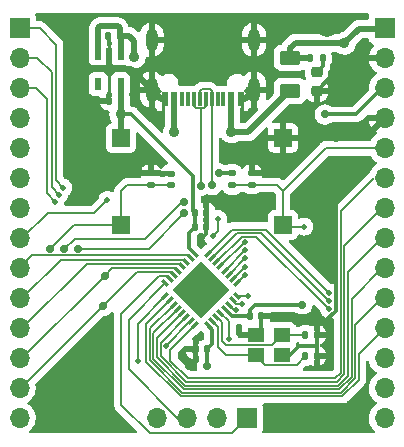
<source format=gtl>
%TF.GenerationSoftware,KiCad,Pcbnew,(6.0.7)*%
%TF.CreationDate,2022-09-30T18:15:50+08:00*%
%TF.ProjectId,UINIO-EVB-STM32L051K8,55494e49-4f2d-4455-9642-2d53544d3332,rev?*%
%TF.SameCoordinates,Original*%
%TF.FileFunction,Copper,L1,Top*%
%TF.FilePolarity,Positive*%
%FSLAX46Y46*%
G04 Gerber Fmt 4.6, Leading zero omitted, Abs format (unit mm)*
G04 Created by KiCad (PCBNEW (6.0.7)) date 2022-09-30 18:15:50*
%MOMM*%
%LPD*%
G01*
G04 APERTURE LIST*
G04 Aperture macros list*
%AMRoundRect*
0 Rectangle with rounded corners*
0 $1 Rounding radius*
0 $2 $3 $4 $5 $6 $7 $8 $9 X,Y pos of 4 corners*
0 Add a 4 corners polygon primitive as box body*
4,1,4,$2,$3,$4,$5,$6,$7,$8,$9,$2,$3,0*
0 Add four circle primitives for the rounded corners*
1,1,$1+$1,$2,$3*
1,1,$1+$1,$4,$5*
1,1,$1+$1,$6,$7*
1,1,$1+$1,$8,$9*
0 Add four rect primitives between the rounded corners*
20,1,$1+$1,$2,$3,$4,$5,0*
20,1,$1+$1,$4,$5,$6,$7,0*
20,1,$1+$1,$6,$7,$8,$9,0*
20,1,$1+$1,$8,$9,$2,$3,0*%
%AMRotRect*
0 Rectangle, with rotation*
0 The origin of the aperture is its center*
0 $1 length*
0 $2 width*
0 $3 Rotation angle, in degrees counterclockwise*
0 Add horizontal line*
21,1,$1,$2,0,0,$3*%
G04 Aperture macros list end*
%TA.AperFunction,SMDPad,CuDef*%
%ADD10RoundRect,0.135000X0.135000X0.185000X-0.135000X0.185000X-0.135000X-0.185000X0.135000X-0.185000X0*%
%TD*%
%TA.AperFunction,SMDPad,CuDef*%
%ADD11RoundRect,0.140000X-0.170000X0.140000X-0.170000X-0.140000X0.170000X-0.140000X0.170000X0.140000X0*%
%TD*%
%TA.AperFunction,SMDPad,CuDef*%
%ADD12RoundRect,0.250000X0.625000X-0.375000X0.625000X0.375000X-0.625000X0.375000X-0.625000X-0.375000X0*%
%TD*%
%TA.AperFunction,SMDPad,CuDef*%
%ADD13RoundRect,0.140000X0.140000X0.170000X-0.140000X0.170000X-0.140000X-0.170000X0.140000X-0.170000X0*%
%TD*%
%TA.AperFunction,SMDPad,CuDef*%
%ADD14RotRect,0.600000X0.300000X135.000000*%
%TD*%
%TA.AperFunction,SMDPad,CuDef*%
%ADD15RotRect,0.600000X0.300000X225.000000*%
%TD*%
%TA.AperFunction,SMDPad,CuDef*%
%ADD16RotRect,0.600000X0.300000X315.000000*%
%TD*%
%TA.AperFunction,SMDPad,CuDef*%
%ADD17RotRect,0.600000X0.300000X45.000000*%
%TD*%
%TA.AperFunction,SMDPad,CuDef*%
%ADD18RotRect,3.450000X3.450000X45.000000*%
%TD*%
%TA.AperFunction,SMDPad,CuDef*%
%ADD19RoundRect,0.135000X-0.185000X0.135000X-0.185000X-0.135000X0.185000X-0.135000X0.185000X0.135000X0*%
%TD*%
%TA.AperFunction,ComponentPad*%
%ADD20O,1.700000X1.700000*%
%TD*%
%TA.AperFunction,ComponentPad*%
%ADD21R,1.700000X1.700000*%
%TD*%
%TA.AperFunction,ComponentPad*%
%ADD22O,1.000000X2.100000*%
%TD*%
%TA.AperFunction,ComponentPad*%
%ADD23O,1.000000X1.900000*%
%TD*%
%TA.AperFunction,SMDPad,CuDef*%
%ADD24R,0.600000X1.150000*%
%TD*%
%TA.AperFunction,SMDPad,CuDef*%
%ADD25R,0.300000X1.150000*%
%TD*%
%TA.AperFunction,SMDPad,CuDef*%
%ADD26RoundRect,0.140000X0.170000X-0.140000X0.170000X0.140000X-0.170000X0.140000X-0.170000X-0.140000X0*%
%TD*%
%TA.AperFunction,SMDPad,CuDef*%
%ADD27R,1.500000X1.500000*%
%TD*%
%TA.AperFunction,SMDPad,CuDef*%
%ADD28RoundRect,0.218750X0.256250X-0.218750X0.256250X0.218750X-0.256250X0.218750X-0.256250X-0.218750X0*%
%TD*%
%TA.AperFunction,SMDPad,CuDef*%
%ADD29RoundRect,0.140000X-0.140000X-0.170000X0.140000X-0.170000X0.140000X0.170000X-0.140000X0.170000X0*%
%TD*%
%TA.AperFunction,SMDPad,CuDef*%
%ADD30R,1.400000X1.200000*%
%TD*%
%TA.AperFunction,SMDPad,CuDef*%
%ADD31R,0.600000X1.000000*%
%TD*%
%TA.AperFunction,ViaPad*%
%ADD32C,2.000000*%
%TD*%
%TA.AperFunction,ViaPad*%
%ADD33C,0.700000*%
%TD*%
%TA.AperFunction,ViaPad*%
%ADD34C,0.900000*%
%TD*%
%TA.AperFunction,ViaPad*%
%ADD35C,0.500000*%
%TD*%
%TA.AperFunction,Conductor*%
%ADD36C,0.500000*%
%TD*%
%TA.AperFunction,Conductor*%
%ADD37C,0.300000*%
%TD*%
%TA.AperFunction,Conductor*%
%ADD38C,0.200000*%
%TD*%
G04 APERTURE END LIST*
D10*
%TO.P,R3,1*%
%TO.N,Net-(D1-Pad2)*%
X165140000Y-99030000D03*
%TO.P,R3,2*%
%TO.N,/VDD_5V*%
X164120000Y-99030000D03*
%TD*%
D11*
%TO.P,C5,1*%
%TO.N,GND*%
X152300000Y-108820000D03*
%TO.P,C5,2*%
%TO.N,/BOOT0*%
X152300000Y-109780000D03*
%TD*%
D12*
%TO.P,F1,1*%
%TO.N,Net-(F1-Pad1)*%
X162380000Y-101820000D03*
%TO.P,F1,2*%
%TO.N,/VDD_5V*%
X162380000Y-99020000D03*
%TD*%
D13*
%TO.P,C4,1*%
%TO.N,/VDD_3.3V*%
X155350000Y-123700000D03*
%TO.P,C4,2*%
%TO.N,GND*%
X154390000Y-123700000D03*
%TD*%
D14*
%TO.P,U3,1,VDD*%
%TO.N,/VDD_3.3V*%
X155438614Y-121673488D03*
%TO.P,U3,2,PC14-OSC_IN*%
%TO.N,Net-(C10-Pad2)*%
X155792168Y-121319935D03*
%TO.P,U3,3,PC15-OSC_OUT*%
%TO.N,Net-(C11-Pad2)*%
X156145721Y-120966381D03*
%TO.P,U3,4,NRST*%
%TO.N,/NRST*%
X156499275Y-120612828D03*
%TO.P,U3,5,VDDA*%
%TO.N,/VDD_3.3V*%
X156852828Y-120259275D03*
%TO.P,U3,6,PA0*%
%TO.N,/PA0*%
X157206381Y-119905721D03*
%TO.P,U3,7,PA1*%
%TO.N,/PA1*%
X157559935Y-119552168D03*
%TO.P,U3,8,PA2*%
%TO.N,/PA2*%
X157913488Y-119198614D03*
D15*
%TO.P,U3,9,PA3*%
%TO.N,/PA3*%
X157913488Y-118081386D03*
%TO.P,U3,10,PA4*%
%TO.N,/PA4{slash}CS*%
X157559935Y-117727832D03*
%TO.P,U3,11,PA5*%
%TO.N,/PA5{slash}SCLK*%
X157206381Y-117374279D03*
%TO.P,U3,12,PA6*%
%TO.N,/PA6{slash}MISO*%
X156852828Y-117020725D03*
%TO.P,U3,13,PA7*%
%TO.N,/PA7{slash}MOSI*%
X156499275Y-116667172D03*
%TO.P,U3,14,PB0*%
%TO.N,/PB0*%
X156145721Y-116313619D03*
%TO.P,U3,15,PB1*%
%TO.N,/PB1*%
X155792168Y-115960065D03*
%TO.P,U3,16,PB2*%
%TO.N,/PB2*%
X155438614Y-115606512D03*
D16*
%TO.P,U3,17,VDD*%
%TO.N,/VDD_3.3V*%
X154321386Y-115606512D03*
%TO.P,U3,18,PA8*%
%TO.N,/PA8*%
X153967832Y-115960065D03*
%TO.P,U3,19,PA9*%
%TO.N,/PA9*%
X153614279Y-116313619D03*
%TO.P,U3,20,PA10*%
%TO.N,/PA10*%
X153260725Y-116667172D03*
%TO.P,U3,21,PA11*%
%TO.N,/PA11{slash}USB_Data_N*%
X152907172Y-117020725D03*
%TO.P,U3,22,PA12*%
%TO.N,/PA12{slash}USB_Data_P*%
X152553619Y-117374279D03*
%TO.P,U3,23,PA13*%
%TO.N,/PA13{slash}SWDIO*%
X152200065Y-117727832D03*
%TO.P,U3,24,PA14*%
%TO.N,/PA14{slash}SWCLK*%
X151846512Y-118081386D03*
D17*
%TO.P,U3,25,PA15*%
%TO.N,/PA15*%
X151846512Y-119198614D03*
%TO.P,U3,26,PB3*%
%TO.N,/PB3*%
X152200065Y-119552168D03*
%TO.P,U3,27,PB4*%
%TO.N,/PB4*%
X152553619Y-119905721D03*
%TO.P,U3,28,PB5*%
%TO.N,/PB5*%
X152907172Y-120259275D03*
%TO.P,U3,29,PB6*%
%TO.N,/PB6*%
X153260725Y-120612828D03*
%TO.P,U3,30,PB7*%
%TO.N,/PB7*%
X153614279Y-120966381D03*
%TO.P,U3,31,BOOT0*%
%TO.N,/BOOT0*%
X153967832Y-121319935D03*
%TO.P,U3,32,PB8*%
%TO.N,/PB8*%
X154321386Y-121673488D03*
D18*
%TO.P,U3,33,PAD*%
%TO.N,GND*%
X154880000Y-118640000D03*
%TD*%
D19*
%TO.P,R1,1*%
%TO.N,GND*%
X150600000Y-108790000D03*
%TO.P,R1,2*%
%TO.N,/BOOT0*%
X150600000Y-109810000D03*
%TD*%
D20*
%TO.P,J3,4,Pin_4*%
%TO.N,/VDD_3.3V*%
X151120000Y-129540000D03*
%TO.P,J3,3,Pin_3*%
%TO.N,/PA14{slash}SWCLK*%
X153660000Y-129540000D03*
%TO.P,J3,2,Pin_2*%
%TO.N,GND*%
X156200000Y-129540000D03*
D21*
%TO.P,J3,1,Pin_1*%
%TO.N,/PA13{slash}SWDIO*%
X158740000Y-129540000D03*
%TD*%
D13*
%TO.P,C8,1*%
%TO.N,GND*%
X155280000Y-112110000D03*
%TO.P,C8,2*%
%TO.N,/VDD_3.3V*%
X154320000Y-112110000D03*
%TD*%
%TO.P,C7,1*%
%TO.N,GND*%
X159950000Y-120870000D03*
%TO.P,C7,2*%
%TO.N,/VDD_3.3V*%
X158990000Y-120870000D03*
%TD*%
D22*
%TO.P,USB1,13,GND*%
%TO.N,GND*%
X159325000Y-101698000D03*
%TO.P,USB1,14,GND*%
X150675000Y-101698000D03*
D23*
%TO.P,USB1,15,GND*%
X159325000Y-97498000D03*
%TO.P,USB1,16,GND*%
X150675000Y-97498000D03*
D24*
%TO.P,USB1,A1B12,GND*%
X158200000Y-102460000D03*
%TO.P,USB1,A4B9,VBUS*%
%TO.N,Net-(F1-Pad1)*%
X157400000Y-102460000D03*
D25*
%TO.P,USB1,A5,CC1*%
%TO.N,unconnected-(USB1-PadA5)*%
X156250000Y-102460000D03*
%TO.P,USB1,A6,DP1*%
%TO.N,/PA12{slash}USB_Data_P*%
X155250000Y-102460000D03*
%TO.P,USB1,A7,DN1*%
%TO.N,/PA11{slash}USB_Data_N*%
X154750000Y-102460000D03*
%TO.P,USB1,A8,SBU1*%
%TO.N,unconnected-(USB1-PadA8)*%
X153750000Y-102460000D03*
D24*
%TO.P,USB1,B1A12,GND*%
%TO.N,GND*%
X151800000Y-102460000D03*
%TO.P,USB1,B4A9,VBUS*%
%TO.N,Net-(F1-Pad1)*%
X152600000Y-102460000D03*
D25*
%TO.P,USB1,B5,CC2*%
%TO.N,unconnected-(USB1-PadB5)*%
X153250000Y-102460000D03*
%TO.P,USB1,B6,DP2*%
%TO.N,/PA12{slash}USB_Data_P*%
X154250000Y-102460000D03*
%TO.P,USB1,B7,DN2*%
%TO.N,/PA11{slash}USB_Data_N*%
X155750000Y-102460000D03*
%TO.P,USB1,B8,SBU2*%
%TO.N,unconnected-(USB1-PadB8)*%
X156750000Y-102460000D03*
%TD*%
D26*
%TO.P,C9,1*%
%TO.N,/NRST*%
X159180000Y-109760000D03*
%TO.P,C9,2*%
%TO.N,GND*%
X159180000Y-108800000D03*
%TD*%
D27*
%TO.P,SW2,1,1*%
%TO.N,GND*%
X161780000Y-105780000D03*
%TO.P,SW2,2,2*%
%TO.N,/NRST*%
X161780000Y-113180000D03*
%TD*%
D19*
%TO.P,R2,1*%
%TO.N,/VDD_3.3V*%
X157500000Y-108790000D03*
%TO.P,R2,2*%
%TO.N,/NRST*%
X157500000Y-109810000D03*
%TD*%
D28*
%TO.P,D1,1,K*%
%TO.N,GND*%
X164640000Y-101787500D03*
%TO.P,D1,2,A*%
%TO.N,Net-(D1-Pad2)*%
X164640000Y-100212500D03*
%TD*%
D29*
%TO.P,C2,1,1*%
%TO.N,GND*%
X147094000Y-102643000D03*
%TO.P,C2,2,2*%
%TO.N,/VDD_3.3V*%
X148054000Y-102643000D03*
%TD*%
D13*
%TO.P,C6,1*%
%TO.N,GND*%
X155280000Y-113320000D03*
%TO.P,C6,2*%
%TO.N,/VDD_3.3V*%
X154320000Y-113320000D03*
%TD*%
%TO.P,C11,1*%
%TO.N,GND*%
X164640000Y-122450000D03*
%TO.P,C11,2*%
%TO.N,Net-(C11-Pad2)*%
X163680000Y-122450000D03*
%TD*%
D30*
%TO.P,Y1,1,1*%
%TO.N,Net-(C11-Pad2)*%
X161700000Y-122480000D03*
%TO.P,Y1,2,2*%
%TO.N,GND*%
X159500000Y-122480000D03*
%TO.P,Y1,3,3*%
%TO.N,Net-(C10-Pad2)*%
X159500000Y-124180000D03*
%TO.P,Y1,4,4*%
%TO.N,GND*%
X161700000Y-124180000D03*
%TD*%
D13*
%TO.P,C10,1*%
%TO.N,GND*%
X164640000Y-124270000D03*
%TO.P,C10,2*%
%TO.N,Net-(C10-Pad2)*%
X163680000Y-124270000D03*
%TD*%
D29*
%TO.P,C1,2,2*%
%TO.N,/VDD_5V*%
X147980000Y-97155000D03*
%TO.P,C1,1,1*%
%TO.N,GND*%
X147020000Y-97155000D03*
%TD*%
D27*
%TO.P,SW1,1,1*%
%TO.N,/VDD_3.3V*%
X148100000Y-105800000D03*
%TO.P,SW1,2,2*%
%TO.N,/BOOT0*%
X148100000Y-113200000D03*
%TD*%
D31*
%TO.P,U1,1,Vin*%
%TO.N,/VDD_5V*%
X148040000Y-98649000D03*
%TO.P,U1,2,Vss*%
%TO.N,GND*%
X147090000Y-98649000D03*
%TO.P,U1,3,CE*%
%TO.N,/VDD_5V*%
X146140000Y-98649000D03*
%TO.P,U1,4,NC*%
%TO.N,unconnected-(U1-Pad4)*%
X146140000Y-101249000D03*
%TO.P,U1,5,Vout*%
%TO.N,/VDD_3.3V*%
X148040000Y-101249000D03*
%TD*%
D21*
%TO.P,J2,1,Pin_1*%
%TO.N,/VDD_5V*%
X170400000Y-96500000D03*
D20*
%TO.P,J2,2,Pin_2*%
%TO.N,GND*%
X170400000Y-99040000D03*
%TO.P,J2,3,Pin_3*%
%TO.N,/VDD_3.3V*%
X170400000Y-101580000D03*
%TO.P,J2,4,Pin_4*%
%TO.N,GND*%
X170400000Y-104120000D03*
%TO.P,J2,5,Pin_5*%
%TO.N,/NRST*%
X170400000Y-106660000D03*
%TO.P,J2,6,Pin_6*%
%TO.N,/PB8*%
X170400000Y-109200000D03*
%TO.P,J2,7,Pin_7*%
%TO.N,/PB7*%
X170400000Y-111740000D03*
%TO.P,J2,8,Pin_8*%
%TO.N,/PB6*%
X170400000Y-114280000D03*
%TO.P,J2,9,Pin_9*%
%TO.N,/PB5*%
X170400000Y-116820000D03*
%TO.P,J2,10,Pin_10*%
%TO.N,/PB4*%
X170400000Y-119360000D03*
%TO.P,J2,11,Pin_11*%
%TO.N,/PB3*%
X170400000Y-121900000D03*
%TO.P,J2,12,Pin_12*%
%TO.N,/PB2*%
X170400000Y-124440000D03*
%TO.P,J2,13,Pin_13*%
%TO.N,/PB1*%
X170400000Y-126980000D03*
%TO.P,J2,14,Pin_14*%
%TO.N,/PB0*%
X170400000Y-129520000D03*
%TD*%
D21*
%TO.P,J1,1,Pin_1*%
%TO.N,/PA0*%
X139500000Y-96500000D03*
D20*
%TO.P,J1,2,Pin_2*%
%TO.N,/PA1*%
X139500000Y-99040000D03*
%TO.P,J1,3,Pin_3*%
%TO.N,/PA2*%
X139500000Y-101580000D03*
%TO.P,J1,4,Pin_4*%
%TO.N,/PA3*%
X139500000Y-104120000D03*
%TO.P,J1,5,Pin_5*%
%TO.N,/PA4{slash}CS*%
X139500000Y-106660000D03*
%TO.P,J1,6,Pin_6*%
%TO.N,/PA5{slash}SCLK*%
X139500000Y-109200000D03*
%TO.P,J1,7,Pin_7*%
%TO.N,/PA6{slash}MISO*%
X139500000Y-111740000D03*
%TO.P,J1,8,Pin_8*%
%TO.N,/PA7{slash}MOSI*%
X139500000Y-114280000D03*
%TO.P,J1,9,Pin_9*%
%TO.N,/PA8*%
X139500000Y-116820000D03*
%TO.P,J1,10,Pin_10*%
%TO.N,/PA9*%
X139500000Y-119360000D03*
%TO.P,J1,11,Pin_11*%
%TO.N,/PA10*%
X139500000Y-121900000D03*
%TO.P,J1,12,Pin_12*%
%TO.N,/PA11{slash}USB_Data_N*%
X139500000Y-124440000D03*
%TO.P,J1,13,Pin_13*%
%TO.N,/PA12{slash}USB_Data_P*%
X139500000Y-126980000D03*
%TO.P,J1,14,Pin_14*%
%TO.N,/PA15*%
X139500000Y-129520000D03*
%TD*%
D32*
%TO.N,GND*%
X145160000Y-129700000D03*
D33*
X153800000Y-125080000D03*
X154870000Y-114160000D03*
D32*
X164610000Y-129630000D03*
X144230000Y-96310000D03*
D33*
X166250000Y-107750000D03*
X166260000Y-105780000D03*
X164450000Y-105760000D03*
D32*
X165560000Y-96260000D03*
D33*
X154880000Y-117840000D03*
D34*
%TO.N,/VDD_5V*%
X149200000Y-98950000D03*
X166990000Y-97790000D03*
D33*
%TO.N,/VDD_3.3V*%
X163440000Y-119910000D03*
D34*
X148054000Y-103800000D03*
D33*
X156400000Y-108800000D03*
X155360000Y-125140000D03*
X165330000Y-103810000D03*
%TO.N,/BOOT0*%
X142110000Y-115198433D03*
D35*
X151900000Y-123400000D03*
%TO.N,/NRST*%
X163600000Y-113300000D03*
X157200000Y-122800000D03*
%TO.N,/PA0*%
X157822802Y-120328406D03*
X143200000Y-110000000D03*
%TO.N,/PA1*%
X158340000Y-119840000D03*
X142840298Y-110600000D03*
%TO.N,/PA2*%
X142500000Y-111200000D03*
X158844977Y-119214977D03*
%TO.N,/PA3*%
X158600000Y-117400000D03*
%TO.N,/PA4{slash}CS*%
X156310500Y-112665517D03*
X158600000Y-116700000D03*
X155840000Y-114110000D03*
%TO.N,/PA5{slash}SCLK*%
X158600000Y-116000000D03*
%TO.N,/PA6{slash}MISO*%
X158600000Y-115300000D03*
%TO.N,/PA7{slash}MOSI*%
X158600000Y-114600000D03*
X146920000Y-111050000D03*
%TO.N,/PA15*%
X149480000Y-124690000D03*
%TO.N,/PB0*%
X165700000Y-120300000D03*
%TO.N,/PB1*%
X165700000Y-119600000D03*
%TO.N,/PB2*%
X165700000Y-118900000D03*
D33*
%TO.N,/PA12{slash}USB_Data_P*%
X154830000Y-109840000D03*
X143290000Y-115198433D03*
X153420000Y-111210000D03*
X146560000Y-120030000D03*
%TO.N,/PA11{slash}USB_Data_N*%
X155780000Y-109810000D03*
X153420000Y-112150000D03*
X146695000Y-117465000D03*
X144470000Y-115198433D03*
D34*
%TO.N,Net-(F1-Pad1)*%
X157400000Y-105300000D03*
X152600000Y-105300000D03*
%TD*%
D36*
%TO.N,GND*%
X159170000Y-106470000D02*
X159170000Y-108790000D01*
X159860000Y-105780000D02*
X159170000Y-106470000D01*
X161780000Y-105780000D02*
X159860000Y-105780000D01*
D37*
X154870000Y-114160000D02*
X155050000Y-114160000D01*
X165117107Y-121590000D02*
X166250000Y-120457107D01*
D36*
X147090000Y-98649000D02*
X147090000Y-99649000D01*
X166260000Y-105780000D02*
X166240000Y-105760000D01*
D37*
X167387500Y-99040000D02*
X170400000Y-99040000D01*
D36*
X148907000Y-99930000D02*
X150675000Y-101698000D01*
D37*
X164640000Y-121590000D02*
X164640000Y-122450000D01*
D36*
X150675000Y-97498000D02*
X159325000Y-97498000D01*
D37*
X155280000Y-113930000D02*
X155280000Y-113320000D01*
X162390000Y-124180000D02*
X163180000Y-123390000D01*
D36*
X164450000Y-105760000D02*
X164430000Y-105780000D01*
X168740000Y-105780000D02*
X170400000Y-104120000D01*
X147371000Y-99930000D02*
X148907000Y-99930000D01*
D37*
X164600000Y-123390000D02*
X164640000Y-123430000D01*
X163180000Y-123390000D02*
X164600000Y-123390000D01*
D36*
X151437000Y-102460000D02*
X150675000Y-101698000D01*
D37*
X164640000Y-122450000D02*
X164640000Y-123430000D01*
D36*
X150675000Y-97498000D02*
X150675000Y-101698000D01*
D37*
X154390000Y-123700000D02*
X154390000Y-124490000D01*
D36*
X158200000Y-102460000D02*
X158563000Y-102460000D01*
X159325000Y-101698000D02*
X159325000Y-97498000D01*
D37*
X154390000Y-124490000D02*
X153800000Y-125080000D01*
D36*
X158563000Y-102460000D02*
X159325000Y-101698000D01*
D37*
X164640000Y-123430000D02*
X164640000Y-124270000D01*
X161700000Y-124180000D02*
X162390000Y-124180000D01*
X159950000Y-120870000D02*
X163920000Y-120870000D01*
X164640000Y-101787500D02*
X167387500Y-99040000D01*
D36*
X147090000Y-99649000D02*
X147371000Y-99930000D01*
X166240000Y-105760000D02*
X164450000Y-105760000D01*
X164430000Y-105780000D02*
X161780000Y-105780000D01*
D37*
X163920000Y-120870000D02*
X164640000Y-121590000D01*
D36*
X166260000Y-105780000D02*
X168740000Y-105780000D01*
D37*
X155050000Y-114160000D02*
X155280000Y-113930000D01*
D36*
X151800000Y-102460000D02*
X151437000Y-102460000D01*
D37*
X159950000Y-120870000D02*
X159950000Y-122030000D01*
X164640000Y-121590000D02*
X165117107Y-121590000D01*
X166250000Y-120457107D02*
X166250000Y-107750000D01*
D36*
%TO.N,/VDD_5V*%
X162380000Y-98210000D02*
X162380000Y-99020000D01*
X147980000Y-97155000D02*
X148040000Y-97215000D01*
X166990000Y-97790000D02*
X168230000Y-96550000D01*
X149200000Y-98950000D02*
X149200000Y-97600000D01*
X147800000Y-96340000D02*
X146320000Y-96340000D01*
X147980000Y-96520000D02*
X147800000Y-96340000D01*
X147980000Y-97155000D02*
X147980000Y-96520000D01*
X148040000Y-97215000D02*
X148040000Y-98649000D01*
X168230000Y-96550000D02*
X170350000Y-96550000D01*
X146320000Y-96340000D02*
X146140000Y-96520000D01*
X162380000Y-99020000D02*
X164110000Y-99020000D01*
X162860000Y-97730000D02*
X162380000Y-98210000D01*
X146140000Y-96520000D02*
X146140000Y-98649000D01*
X148755000Y-97155000D02*
X147980000Y-97155000D01*
X166930000Y-97730000D02*
X162860000Y-97730000D01*
X166990000Y-97790000D02*
X166930000Y-97730000D01*
X164110000Y-99020000D02*
X164120000Y-99030000D01*
X170350000Y-96550000D02*
X170400000Y-96500000D01*
X149200000Y-97600000D02*
X148755000Y-97155000D01*
%TO.N,/VDD_3.3V*%
X148054000Y-104046000D02*
X148054000Y-105754000D01*
D37*
X170200000Y-101580000D02*
X170400000Y-101580000D01*
D36*
X148054000Y-102643000D02*
X148054000Y-103066000D01*
D37*
X154320000Y-113320000D02*
X153820000Y-113820000D01*
X148054000Y-103800000D02*
X148960000Y-103800000D01*
X158990000Y-120330000D02*
X158990000Y-120870000D01*
X158959500Y-120900500D02*
X157494053Y-120900500D01*
X148960000Y-103800000D02*
X154210000Y-109050000D01*
X155360000Y-125140000D02*
X155360000Y-123710000D01*
X154320000Y-113320000D02*
X154320000Y-112130000D01*
D36*
X148040000Y-101249000D02*
X148040000Y-102629000D01*
D37*
X154210000Y-109050000D02*
X154210000Y-112000000D01*
X148054000Y-103494000D02*
X148054000Y-103066000D01*
X163430000Y-119900000D02*
X159420000Y-119900000D01*
X156400000Y-108800000D02*
X157480000Y-108800000D01*
X167970000Y-103810000D02*
X170200000Y-101580000D01*
X153820000Y-115105126D02*
X154321386Y-115606512D01*
X165330000Y-103810000D02*
X167970000Y-103810000D01*
X163440000Y-119910000D02*
X163430000Y-119900000D01*
X155800000Y-122034874D02*
X155438614Y-121673488D01*
X157494053Y-120900500D02*
X156852828Y-120259275D01*
X155350000Y-123700000D02*
X155800000Y-123250000D01*
X159420000Y-119900000D02*
X158990000Y-120330000D01*
X153820000Y-113820000D02*
X153820000Y-115105126D01*
D36*
X148054000Y-103066000D02*
X148054000Y-104046000D01*
D37*
X155800000Y-123250000D02*
X155800000Y-122034874D01*
D38*
%TO.N,/BOOT0*%
X152300000Y-109780000D02*
X150600000Y-109780000D01*
X148620000Y-109780000D02*
X148100000Y-110300000D01*
X142110000Y-115198433D02*
X144108433Y-113200000D01*
X150600000Y-109780000D02*
X148620000Y-109780000D01*
X148100000Y-110300000D02*
X148100000Y-113200000D01*
X151900000Y-123400000D02*
X153950065Y-121319935D01*
X144108433Y-113200000D02*
X148100000Y-113200000D01*
%TO.N,/NRST*%
X157200000Y-121313553D02*
X156499275Y-120612828D01*
X161260000Y-109760000D02*
X161780000Y-110280000D01*
X157200000Y-122800000D02*
X157200000Y-121313553D01*
X165400000Y-106680000D02*
X161780000Y-110300000D01*
X161780000Y-110300000D02*
X161780000Y-113180000D01*
X157500000Y-109780000D02*
X159160000Y-109780000D01*
X170380000Y-106680000D02*
X165400000Y-106680000D01*
X170400000Y-106660000D02*
X170380000Y-106680000D01*
X159180000Y-109760000D02*
X161260000Y-109760000D01*
X163600000Y-113300000D02*
X161900000Y-113300000D01*
X161780000Y-110280000D02*
X161780000Y-113180000D01*
%TO.N,Net-(C10-Pad2)*%
X162970000Y-124980000D02*
X160300000Y-124980000D01*
X156300000Y-123500000D02*
X156980000Y-124180000D01*
X160300000Y-124980000D02*
X159500000Y-124180000D01*
X163680000Y-124270000D02*
X162970000Y-124980000D01*
X156980000Y-124180000D02*
X159500000Y-124180000D01*
X156300000Y-121827767D02*
X156300000Y-123500000D01*
X155792168Y-121319935D02*
X156300000Y-121827767D01*
%TO.N,Net-(C11-Pad2)*%
X156600000Y-123000000D02*
X156940000Y-123340000D01*
X163680000Y-122450000D02*
X161730000Y-122450000D01*
X156600000Y-121420660D02*
X156600000Y-123000000D01*
X156145721Y-120966381D02*
X156600000Y-121420660D01*
X160840000Y-123340000D02*
X161700000Y-122480000D01*
X156940000Y-123340000D02*
X160840000Y-123340000D01*
D37*
%TO.N,Net-(D1-Pad2)*%
X165140000Y-99030000D02*
X165140000Y-99712500D01*
X165140000Y-99712500D02*
X164640000Y-100212500D01*
D38*
%TO.N,/PA0*%
X157629066Y-120328406D02*
X157206381Y-119905721D01*
X141200000Y-96500000D02*
X139500000Y-96500000D01*
X157822802Y-120328406D02*
X157629066Y-120328406D01*
X142600000Y-109400000D02*
X142600000Y-97900000D01*
X143200000Y-110000000D02*
X142600000Y-109400000D01*
X142600000Y-97900000D02*
X141200000Y-96500000D01*
%TO.N,/PA1*%
X142840298Y-110600000D02*
X142200000Y-109959702D01*
X158340000Y-119840000D02*
X157847767Y-119840000D01*
X142200000Y-109959702D02*
X142200000Y-100250000D01*
X140990000Y-99040000D02*
X139500000Y-99040000D01*
X157847767Y-119840000D02*
X157559935Y-119552168D01*
X142200000Y-100250000D02*
X140990000Y-99040000D01*
%TO.N,/PA2*%
X141800000Y-110500000D02*
X141800000Y-102500000D01*
X140880000Y-101580000D02*
X139500000Y-101580000D01*
X158844977Y-119214977D02*
X158828614Y-119198614D01*
X142500000Y-111200000D02*
X141800000Y-110500000D01*
X141800000Y-102500000D02*
X140880000Y-101580000D01*
X158828614Y-119198614D02*
X157913488Y-119198614D01*
%TO.N,/PA3*%
X157918614Y-118081386D02*
X158600000Y-117400000D01*
%TO.N,/PA4{slash}CS*%
X157572168Y-117727832D02*
X158600000Y-116700000D01*
X156310500Y-113639500D02*
X156310500Y-112665517D01*
X155840000Y-114110000D02*
X156310500Y-113639500D01*
%TO.N,/PA5{slash}SCLK*%
X157225721Y-117374279D02*
X158600000Y-116000000D01*
%TO.N,/PA6{slash}MISO*%
X158573553Y-115300000D02*
X158600000Y-115300000D01*
X156852828Y-117020725D02*
X158573553Y-115300000D01*
%TO.N,/PA7{slash}MOSI*%
X146920000Y-111050000D02*
X145830000Y-112140000D01*
X156499275Y-116667172D02*
X158566447Y-114600000D01*
X145830000Y-112140000D02*
X141860000Y-112140000D01*
X158566447Y-114600000D02*
X158600000Y-114600000D01*
X139720000Y-114280000D02*
X139500000Y-114280000D01*
X141860000Y-112140000D02*
X139720000Y-114280000D01*
%TO.N,/PA8*%
X153755700Y-115747933D02*
X140572067Y-115747933D01*
X153967832Y-115960065D02*
X153755700Y-115747933D01*
X140572067Y-115747933D02*
X139500000Y-116820000D01*
%TO.N,/PA9*%
X153402147Y-116101487D02*
X142978513Y-116101487D01*
X153614279Y-116313619D02*
X153402147Y-116101487D01*
X139720000Y-119360000D02*
X139500000Y-119360000D01*
X142978513Y-116101487D02*
X139720000Y-119360000D01*
%TO.N,/PA10*%
X139720000Y-121900000D02*
X139500000Y-121900000D01*
X153260725Y-116667172D02*
X153048593Y-116455040D01*
X145164960Y-116455040D02*
X139720000Y-121900000D01*
X153048593Y-116455040D02*
X145164960Y-116455040D01*
%TO.N,/PA15*%
X149480000Y-124690000D02*
X149480000Y-121565126D01*
X149480000Y-121565126D02*
X151846512Y-119198614D01*
%TO.N,/PA13{slash}SWDIO*%
X157470000Y-130810000D02*
X158740000Y-129540000D01*
X151987933Y-117515700D02*
X151284300Y-117515700D01*
X148070000Y-120730000D02*
X148070000Y-128370000D01*
X152200065Y-117727832D02*
X151987933Y-117515700D01*
X148070000Y-128370000D02*
X150510000Y-130810000D01*
X150510000Y-130810000D02*
X157470000Y-130810000D01*
X151284300Y-117515700D02*
X148070000Y-120730000D01*
%TO.N,/PA14{slash}SWCLK*%
X151846512Y-118081386D02*
X148720000Y-121207898D01*
X148720000Y-125400000D02*
X152860000Y-129540000D01*
X152860000Y-129540000D02*
X153660000Y-129540000D01*
X148720000Y-121207898D02*
X148720000Y-125400000D01*
%TO.N,/PB0*%
X159550000Y-114150000D02*
X158309340Y-114150000D01*
X165700000Y-120300000D02*
X159550000Y-114150000D01*
X158309340Y-114150000D02*
X156145721Y-116313619D01*
%TO.N,/PB1*%
X155792168Y-115960065D02*
X157902233Y-113850000D01*
X157902233Y-113850000D02*
X159950000Y-113850000D01*
X159950000Y-113850000D02*
X165700000Y-119600000D01*
%TO.N,/PB2*%
X160350000Y-113550000D02*
X165700000Y-118900000D01*
X157495126Y-113550000D02*
X160350000Y-113550000D01*
X155438614Y-115606512D02*
X157495126Y-113550000D01*
%TO.N,/PB3*%
X150230000Y-124740000D02*
X153160000Y-127670000D01*
X150230000Y-121522233D02*
X150230000Y-124740000D01*
X168220000Y-126260000D02*
X168220000Y-124080000D01*
X166810000Y-127670000D02*
X168220000Y-126260000D01*
X168220000Y-124080000D02*
X170400000Y-121900000D01*
X153160000Y-127670000D02*
X166810000Y-127670000D01*
X152200065Y-119552168D02*
X150230000Y-121522233D01*
%TO.N,/PB4*%
X167920000Y-121640000D02*
X170200000Y-119360000D01*
X170200000Y-119360000D02*
X170400000Y-119360000D01*
X152553619Y-119905721D02*
X150530000Y-121929340D01*
X167920000Y-126135736D02*
X167920000Y-121640000D01*
X150530000Y-121929340D02*
X150530000Y-124615736D01*
X166685736Y-127370000D02*
X167920000Y-126135736D01*
X150530000Y-124615736D02*
X153284264Y-127370000D01*
X153284264Y-127370000D02*
X166685736Y-127370000D01*
%TO.N,/PB5*%
X166561472Y-127070000D02*
X167620000Y-126011472D01*
X170200000Y-116820000D02*
X170400000Y-116820000D01*
X152907172Y-120259275D02*
X150830000Y-122336447D01*
X150830000Y-124491472D02*
X153408528Y-127070000D01*
X167620000Y-119400000D02*
X170200000Y-116820000D01*
X167620000Y-126011472D02*
X167620000Y-119400000D01*
X150830000Y-122336447D02*
X150830000Y-124491472D01*
X153408528Y-127070000D02*
X166561472Y-127070000D01*
%TO.N,/PB6*%
X151130000Y-124367208D02*
X153532792Y-126770000D01*
X153532792Y-126770000D02*
X166437208Y-126770000D01*
X166437208Y-126770000D02*
X167293604Y-125913604D01*
X151130000Y-122743553D02*
X151130000Y-124367208D01*
X153260725Y-120612828D02*
X151130000Y-122743553D01*
X167293604Y-125913604D02*
X167293604Y-117186396D01*
X167293604Y-117186396D02*
X170200000Y-114280000D01*
X170200000Y-114280000D02*
X170400000Y-114280000D01*
%TO.N,/PB7*%
X153614279Y-120966381D02*
X151430000Y-123150660D01*
X153623528Y-126436472D02*
X166346472Y-126436472D01*
X151430000Y-123150660D02*
X151430000Y-124242944D01*
X166346472Y-126436472D02*
X166993604Y-125789340D01*
X151430000Y-124242944D02*
X153623528Y-126436472D01*
X166993604Y-114946396D02*
X170200000Y-111740000D01*
X166993604Y-125789340D02*
X166993604Y-114946396D01*
X170200000Y-111740000D02*
X170400000Y-111740000D01*
%TO.N,/PB8*%
X152270000Y-123724874D02*
X152270000Y-124658680D01*
X154321386Y-121673488D02*
X152270000Y-123724874D01*
X166693604Y-125665076D02*
X166693604Y-112003604D01*
X166222208Y-126136472D02*
X166693604Y-125665076D01*
X166693604Y-112003604D02*
X169477208Y-109220000D01*
X152270000Y-124658680D02*
X153747792Y-126136472D01*
X153747792Y-126136472D02*
X166222208Y-126136472D01*
%TO.N,/PA12{slash}USB_Data_P*%
X154820000Y-109830000D02*
X154820000Y-103330000D01*
X146560000Y-120010000D02*
X149407853Y-117162147D01*
X144168433Y-114320000D02*
X143290000Y-115198433D01*
X153420000Y-111210000D02*
X153209000Y-111210000D01*
X150099000Y-114320000D02*
X144168433Y-114320000D01*
X152341487Y-117162147D02*
X152553619Y-117374279D01*
X155250000Y-102460000D02*
X155250000Y-103085000D01*
X154830000Y-109840000D02*
X154820000Y-109830000D01*
X154250000Y-103085000D02*
X154250000Y-102460000D01*
X154400000Y-103235000D02*
X154250000Y-103085000D01*
X154400000Y-103235000D02*
X155100000Y-103235000D01*
X149407853Y-117162147D02*
X152341487Y-117162147D01*
X146560000Y-120030000D02*
X139700000Y-126890000D01*
X153209000Y-111210000D02*
X150099000Y-114320000D01*
X146560000Y-120030000D02*
X146560000Y-120010000D01*
X155250000Y-103085000D02*
X155100000Y-103235000D01*
%TO.N,/PA11{slash}USB_Data_N*%
X139720000Y-124440000D02*
X139500000Y-124440000D01*
X155600000Y-101685000D02*
X154900000Y-101685000D01*
X144498433Y-115170000D02*
X144470000Y-115198433D01*
X150430000Y-115170000D02*
X144498433Y-115170000D01*
X155750000Y-102460000D02*
X155750000Y-101835000D01*
X147351407Y-116808593D02*
X146695000Y-117465000D01*
X153420000Y-112180000D02*
X150430000Y-115170000D01*
X154750000Y-101835000D02*
X154750000Y-102460000D01*
X152695040Y-116808593D02*
X147351407Y-116808593D01*
X155750000Y-102460000D02*
X155750000Y-109780000D01*
X153420000Y-112150000D02*
X153420000Y-112180000D01*
X155750000Y-109780000D02*
X155780000Y-109810000D01*
X146695000Y-117465000D02*
X139720000Y-124440000D01*
X154900000Y-101685000D02*
X154750000Y-101835000D01*
X152907172Y-117020725D02*
X152695040Y-116808593D01*
X155750000Y-101835000D02*
X155600000Y-101685000D01*
D36*
%TO.N,Net-(F1-Pad1)*%
X157400000Y-105300000D02*
X158860000Y-105300000D01*
X152600000Y-105300000D02*
X152600000Y-102460000D01*
X158860000Y-105300000D02*
X162340000Y-101820000D01*
X162340000Y-101820000D02*
X162380000Y-101820000D01*
X157400000Y-105300000D02*
X157400000Y-102460000D01*
%TD*%
%TA.AperFunction,Conductor*%
%TO.N,GND*%
G36*
X169037012Y-124683361D02*
G01*
X169075396Y-124743087D01*
X169077417Y-124750884D01*
X169099222Y-124847639D01*
X169137461Y-124941811D01*
X169175462Y-125035396D01*
X169183266Y-125054616D01*
X169197733Y-125078224D01*
X169293050Y-125233767D01*
X169299987Y-125245088D01*
X169446250Y-125413938D01*
X169618126Y-125556632D01*
X169666443Y-125584866D01*
X169691445Y-125599476D01*
X169740169Y-125651114D01*
X169753240Y-125720897D01*
X169726509Y-125786669D01*
X169686055Y-125820027D01*
X169673607Y-125826507D01*
X169669474Y-125829610D01*
X169669471Y-125829612D01*
X169645247Y-125847800D01*
X169494965Y-125960635D01*
X169457292Y-126000057D01*
X169347765Y-126114671D01*
X169340629Y-126122138D01*
X169214743Y-126306680D01*
X169172112Y-126398521D01*
X169145841Y-126455118D01*
X169120688Y-126509305D01*
X169060989Y-126724570D01*
X169037251Y-126946695D01*
X169037548Y-126951848D01*
X169037548Y-126951851D01*
X169043011Y-127046590D01*
X169050110Y-127169715D01*
X169051247Y-127174761D01*
X169051248Y-127174767D01*
X169071119Y-127262939D01*
X169099222Y-127387639D01*
X169183266Y-127594616D01*
X169299987Y-127785088D01*
X169446250Y-127953938D01*
X169618126Y-128096632D01*
X169672624Y-128128478D01*
X169691445Y-128139476D01*
X169740169Y-128191114D01*
X169753240Y-128260897D01*
X169726509Y-128326669D01*
X169686055Y-128360027D01*
X169673607Y-128366507D01*
X169669474Y-128369610D01*
X169669471Y-128369612D01*
X169499100Y-128497530D01*
X169494965Y-128500635D01*
X169454431Y-128543051D01*
X169347765Y-128654671D01*
X169340629Y-128662138D01*
X169337715Y-128666410D01*
X169337714Y-128666411D01*
X169265639Y-128772069D01*
X169214743Y-128846680D01*
X169120688Y-129049305D01*
X169060989Y-129264570D01*
X169037251Y-129486695D01*
X169037548Y-129491848D01*
X169037548Y-129491851D01*
X169043011Y-129586590D01*
X169050110Y-129709715D01*
X169051247Y-129714761D01*
X169051248Y-129714767D01*
X169071119Y-129802939D01*
X169099222Y-129927639D01*
X169183266Y-130134616D01*
X169299987Y-130325088D01*
X169446250Y-130493938D01*
X169462845Y-130507715D01*
X169560218Y-130588556D01*
X169599853Y-130647459D01*
X169601351Y-130718439D01*
X169564236Y-130778962D01*
X169500292Y-130809811D01*
X169479733Y-130811500D01*
X160156098Y-130811500D01*
X160087977Y-130791498D01*
X160041484Y-130737842D01*
X160031380Y-130667568D01*
X160041554Y-130637057D01*
X160040615Y-130636705D01*
X160088971Y-130507715D01*
X160091745Y-130500316D01*
X160098500Y-130438134D01*
X160098500Y-128641866D01*
X160091745Y-128579684D01*
X160042652Y-128448728D01*
X160037469Y-128377923D01*
X160071390Y-128315554D01*
X160133645Y-128281424D01*
X160160634Y-128278500D01*
X166761864Y-128278500D01*
X166778307Y-128279578D01*
X166810000Y-128283750D01*
X166818189Y-128282672D01*
X166849874Y-128278501D01*
X166849884Y-128278500D01*
X166849885Y-128278500D01*
X166864029Y-128276638D01*
X166949457Y-128265391D01*
X166960664Y-128263916D01*
X166960666Y-128263915D01*
X166968851Y-128262838D01*
X167116876Y-128201524D01*
X167123430Y-128196495D01*
X167212069Y-128128480D01*
X167212075Y-128128474D01*
X167237434Y-128109015D01*
X167243987Y-128103987D01*
X167252768Y-128092544D01*
X167263452Y-128078621D01*
X167274319Y-128066230D01*
X168616234Y-126724315D01*
X168628625Y-126713448D01*
X168647437Y-126699013D01*
X168653987Y-126693987D01*
X168678474Y-126662075D01*
X168678480Y-126662069D01*
X168746496Y-126573429D01*
X168746497Y-126573427D01*
X168751524Y-126566876D01*
X168812838Y-126418851D01*
X168815515Y-126398521D01*
X168822219Y-126347592D01*
X168822219Y-126347591D01*
X168828500Y-126299885D01*
X168828500Y-126299880D01*
X168832672Y-126268189D01*
X168833750Y-126260000D01*
X168829578Y-126228307D01*
X168828500Y-126211864D01*
X168828500Y-124778585D01*
X168848502Y-124710464D01*
X168902158Y-124663971D01*
X168972432Y-124653867D01*
X169037012Y-124683361D01*
G37*
%TD.AperFunction*%
%TA.AperFunction,Conductor*%
G36*
X147379742Y-120512671D02*
G01*
X147438727Y-120552184D01*
X147466985Y-120617315D01*
X147466871Y-120649314D01*
X147463637Y-120673879D01*
X147461500Y-120690115D01*
X147461500Y-120690120D01*
X147456250Y-120730000D01*
X147457328Y-120738188D01*
X147460422Y-120761690D01*
X147461500Y-120778136D01*
X147461500Y-128321864D01*
X147460422Y-128338307D01*
X147456250Y-128370000D01*
X147461500Y-128409880D01*
X147461500Y-128409885D01*
X147473447Y-128500635D01*
X147477162Y-128528851D01*
X147538476Y-128676876D01*
X147543503Y-128683427D01*
X147543504Y-128683429D01*
X147611520Y-128772069D01*
X147611526Y-128772075D01*
X147636013Y-128803987D01*
X147642568Y-128809017D01*
X147661379Y-128823452D01*
X147673770Y-128834319D01*
X149435856Y-130596405D01*
X149469882Y-130658717D01*
X149464817Y-130729532D01*
X149422270Y-130786368D01*
X149355750Y-130811179D01*
X149346761Y-130811500D01*
X140422538Y-130811500D01*
X140354417Y-130791498D01*
X140307924Y-130737842D01*
X140297820Y-130667568D01*
X140327314Y-130602988D01*
X140349370Y-130582921D01*
X140379860Y-130561173D01*
X140538096Y-130403489D01*
X140550479Y-130386257D01*
X140665435Y-130226277D01*
X140668453Y-130222077D01*
X140757546Y-130041811D01*
X140765136Y-130026453D01*
X140765137Y-130026451D01*
X140767430Y-130021811D01*
X140832370Y-129808069D01*
X140861529Y-129586590D01*
X140861611Y-129583240D01*
X140863074Y-129523365D01*
X140863074Y-129523361D01*
X140863156Y-129520000D01*
X140844852Y-129297361D01*
X140790431Y-129080702D01*
X140701354Y-128875840D01*
X140634225Y-128772075D01*
X140582822Y-128692617D01*
X140582820Y-128692614D01*
X140580014Y-128688277D01*
X140429670Y-128523051D01*
X140425619Y-128519852D01*
X140425615Y-128519848D01*
X140258414Y-128387800D01*
X140258410Y-128387798D01*
X140254359Y-128384598D01*
X140213053Y-128361796D01*
X140163084Y-128311364D01*
X140148312Y-128241921D01*
X140173428Y-128175516D01*
X140200780Y-128148909D01*
X140244603Y-128117650D01*
X140379860Y-128021173D01*
X140538096Y-127863489D01*
X140550479Y-127846257D01*
X140665435Y-127686277D01*
X140668453Y-127682077D01*
X140767430Y-127481811D01*
X140832370Y-127268069D01*
X140861529Y-127046590D01*
X140863156Y-126980000D01*
X140844852Y-126757361D01*
X140831806Y-126705422D01*
X140834610Y-126634484D01*
X140864915Y-126585634D01*
X146525144Y-120925405D01*
X146587456Y-120891379D01*
X146614239Y-120888500D01*
X146650232Y-120888500D01*
X146656685Y-120887128D01*
X146656689Y-120887128D01*
X146738492Y-120869740D01*
X146826752Y-120850980D01*
X146832783Y-120848295D01*
X146985585Y-120780263D01*
X146985587Y-120780262D01*
X146991615Y-120777578D01*
X147000962Y-120770787D01*
X147132269Y-120675387D01*
X147132271Y-120675385D01*
X147137613Y-120671504D01*
X147147735Y-120660263D01*
X147228004Y-120571114D01*
X147248313Y-120548559D01*
X147308759Y-120511319D01*
X147379742Y-120512671D01*
G37*
%TD.AperFunction*%
%TA.AperFunction,Conductor*%
G36*
X164503928Y-119964477D02*
G01*
X164916612Y-120377161D01*
X164950638Y-120439473D01*
X164952177Y-120449259D01*
X164952694Y-120451690D01*
X164953381Y-120458699D01*
X165007094Y-120620167D01*
X165010741Y-120626189D01*
X165010742Y-120626191D01*
X165085489Y-120749612D01*
X165095246Y-120765723D01*
X165213455Y-120888132D01*
X165355846Y-120981310D01*
X165362450Y-120983766D01*
X165362452Y-120983767D01*
X165419159Y-121004856D01*
X165515341Y-121040626D01*
X165684015Y-121063132D01*
X165691026Y-121062494D01*
X165691030Y-121062494D01*
X165846462Y-121048348D01*
X165853483Y-121047709D01*
X165860183Y-121045532D01*
X165860188Y-121045531D01*
X165920168Y-121026042D01*
X165991136Y-121024015D01*
X166051934Y-121060677D01*
X166083259Y-121124390D01*
X166085104Y-121145875D01*
X166085104Y-125360837D01*
X166065102Y-125428958D01*
X166048199Y-125449932D01*
X166007064Y-125491067D01*
X165944752Y-125525093D01*
X165917969Y-125527972D01*
X163586767Y-125527972D01*
X163518646Y-125507970D01*
X163472153Y-125454314D01*
X163462049Y-125384040D01*
X163491543Y-125319460D01*
X163497672Y-125312877D01*
X163685144Y-125125405D01*
X163747456Y-125091379D01*
X163774239Y-125088500D01*
X163885484Y-125088500D01*
X163887932Y-125088307D01*
X163887940Y-125088307D01*
X163915844Y-125086111D01*
X163915849Y-125086110D01*
X163922254Y-125085606D01*
X164028923Y-125054616D01*
X164071984Y-125042106D01*
X164071986Y-125042105D01*
X164079597Y-125039894D01*
X164089748Y-125033891D01*
X164096353Y-125029985D01*
X164165170Y-125012526D01*
X164224628Y-125029984D01*
X164233778Y-125035395D01*
X164248216Y-125041643D01*
X164368605Y-125076619D01*
X164382705Y-125076579D01*
X164386000Y-125069309D01*
X164386000Y-125063558D01*
X164894000Y-125063558D01*
X164897973Y-125077089D01*
X164905871Y-125078224D01*
X165031784Y-125041643D01*
X165046220Y-125035396D01*
X165173499Y-124960124D01*
X165185926Y-124950484D01*
X165290484Y-124845926D01*
X165300124Y-124833499D01*
X165375396Y-124706220D01*
X165381643Y-124691784D01*
X165423312Y-124548359D01*
X165424768Y-124540391D01*
X165421948Y-124526969D01*
X165410487Y-124524000D01*
X164912115Y-124524000D01*
X164896876Y-124528475D01*
X164895671Y-124529865D01*
X164894000Y-124537548D01*
X164894000Y-125063558D01*
X164386000Y-125063558D01*
X164386000Y-124791379D01*
X164403546Y-124727240D01*
X164415859Y-124706420D01*
X164415859Y-124706419D01*
X164419894Y-124699597D01*
X164431329Y-124660239D01*
X164463811Y-124548431D01*
X164465606Y-124542254D01*
X164466582Y-124529865D01*
X164468307Y-124507940D01*
X164468307Y-124507932D01*
X164468500Y-124505484D01*
X164468500Y-124142000D01*
X164488502Y-124073879D01*
X164542158Y-124027386D01*
X164594500Y-124016000D01*
X165408424Y-124016000D01*
X165423219Y-124011656D01*
X165425063Y-124001225D01*
X165423312Y-123991641D01*
X165381643Y-123848216D01*
X165375396Y-123833780D01*
X165300124Y-123706501D01*
X165290484Y-123694074D01*
X165185926Y-123589516D01*
X165173499Y-123579876D01*
X165046220Y-123504604D01*
X165031784Y-123498357D01*
X164972031Y-123480997D01*
X164912195Y-123442784D01*
X164882518Y-123378287D01*
X164892422Y-123307985D01*
X164938761Y-123254197D01*
X164972031Y-123239003D01*
X165031784Y-123221643D01*
X165046220Y-123215396D01*
X165173499Y-123140124D01*
X165185926Y-123130484D01*
X165290484Y-123025926D01*
X165300124Y-123013499D01*
X165375396Y-122886220D01*
X165381643Y-122871784D01*
X165423312Y-122728359D01*
X165424768Y-122720391D01*
X165421948Y-122706969D01*
X165410487Y-122704000D01*
X164594500Y-122704000D01*
X164526379Y-122683998D01*
X164479886Y-122630342D01*
X164468500Y-122578000D01*
X164468500Y-122214516D01*
X164467043Y-122196000D01*
X164466111Y-122184156D01*
X164466110Y-122184151D01*
X164465617Y-122177885D01*
X164894000Y-122177885D01*
X164898475Y-122193124D01*
X164899865Y-122194329D01*
X164907548Y-122196000D01*
X165408424Y-122196000D01*
X165423219Y-122191656D01*
X165425063Y-122181225D01*
X165423312Y-122171641D01*
X165381643Y-122028216D01*
X165375396Y-122013780D01*
X165300124Y-121886501D01*
X165290484Y-121874074D01*
X165185926Y-121769516D01*
X165173499Y-121759876D01*
X165046220Y-121684604D01*
X165031784Y-121678357D01*
X164911395Y-121643381D01*
X164897295Y-121643421D01*
X164894000Y-121650691D01*
X164894000Y-122177885D01*
X164465617Y-122177885D01*
X164465606Y-122177746D01*
X164436916Y-122078995D01*
X164422106Y-122028016D01*
X164422105Y-122028014D01*
X164419894Y-122020403D01*
X164403546Y-121992760D01*
X164386000Y-121928621D01*
X164386000Y-121656442D01*
X164382027Y-121642911D01*
X164374129Y-121641776D01*
X164248216Y-121678357D01*
X164233778Y-121684605D01*
X164224628Y-121690016D01*
X164155812Y-121707474D01*
X164096353Y-121690015D01*
X164086423Y-121684143D01*
X164086424Y-121684143D01*
X164079597Y-121680106D01*
X164071986Y-121677895D01*
X164071984Y-121677894D01*
X163998144Y-121656442D01*
X163922254Y-121634394D01*
X163915849Y-121633890D01*
X163915844Y-121633889D01*
X163887940Y-121631693D01*
X163887932Y-121631693D01*
X163885484Y-121631500D01*
X163474516Y-121631500D01*
X163472068Y-121631693D01*
X163472060Y-121631693D01*
X163444156Y-121633889D01*
X163444151Y-121633890D01*
X163437746Y-121634394D01*
X163361856Y-121656442D01*
X163288016Y-121677894D01*
X163288014Y-121677895D01*
X163280403Y-121680106D01*
X163273581Y-121684141D01*
X163273580Y-121684141D01*
X163241806Y-121702932D01*
X163139371Y-121763512D01*
X163103236Y-121799647D01*
X163040924Y-121833673D01*
X162970109Y-121828608D01*
X162913273Y-121786061D01*
X162896159Y-121754782D01*
X162853767Y-121641703D01*
X162850615Y-121633295D01*
X162763261Y-121516739D01*
X162646705Y-121429385D01*
X162510316Y-121378255D01*
X162448134Y-121371500D01*
X160951866Y-121371500D01*
X160889684Y-121378255D01*
X160874594Y-121383912D01*
X160803786Y-121389095D01*
X160741417Y-121355174D01*
X160707288Y-121292919D01*
X160709367Y-121230776D01*
X160733313Y-121148356D01*
X160734768Y-121140391D01*
X160731948Y-121126969D01*
X160720487Y-121124000D01*
X159904500Y-121124000D01*
X159836379Y-121103998D01*
X159789886Y-121050342D01*
X159778500Y-120998000D01*
X159778500Y-120742000D01*
X159798502Y-120673879D01*
X159852158Y-120627386D01*
X159904500Y-120616000D01*
X160718424Y-120616000D01*
X160733663Y-120611525D01*
X160741927Y-120601988D01*
X160801653Y-120563604D01*
X160837152Y-120558500D01*
X162831076Y-120558500D01*
X162905137Y-120582564D01*
X162997011Y-120649314D01*
X163008385Y-120657578D01*
X163014413Y-120660262D01*
X163014415Y-120660263D01*
X163152654Y-120721811D01*
X163173248Y-120730980D01*
X163246298Y-120746507D01*
X163343311Y-120767128D01*
X163343315Y-120767128D01*
X163349768Y-120768500D01*
X163530232Y-120768500D01*
X163536685Y-120767128D01*
X163536689Y-120767128D01*
X163633702Y-120746507D01*
X163706752Y-120730980D01*
X163727346Y-120721811D01*
X163865585Y-120660263D01*
X163865587Y-120660262D01*
X163871615Y-120657578D01*
X163876957Y-120653697D01*
X164012269Y-120555387D01*
X164012271Y-120555385D01*
X164017613Y-120551504D01*
X164046451Y-120519476D01*
X164133948Y-120422301D01*
X164133949Y-120422300D01*
X164138367Y-120417393D01*
X164196581Y-120316563D01*
X164225295Y-120266830D01*
X164225296Y-120266829D01*
X164228599Y-120261107D01*
X164284365Y-120089475D01*
X164289523Y-120040401D01*
X164316536Y-119974744D01*
X164374758Y-119934115D01*
X164445703Y-119931412D01*
X164503928Y-119964477D01*
G37*
%TD.AperFunction*%
%TA.AperFunction,Conductor*%
G36*
X154924032Y-122106268D02*
G01*
X154969095Y-122135229D01*
X155104595Y-122270729D01*
X155138621Y-122333041D01*
X155141500Y-122359824D01*
X155141500Y-122779984D01*
X155121498Y-122848105D01*
X155067842Y-122894598D01*
X155050653Y-122900981D01*
X154958016Y-122927894D01*
X154958014Y-122927895D01*
X154950403Y-122930106D01*
X154943576Y-122934143D01*
X154943577Y-122934143D01*
X154933647Y-122940015D01*
X154864830Y-122957474D01*
X154805372Y-122940016D01*
X154796222Y-122934605D01*
X154781784Y-122928357D01*
X154661395Y-122893381D01*
X154647295Y-122893421D01*
X154644000Y-122900691D01*
X154644000Y-123178621D01*
X154626454Y-123242760D01*
X154610106Y-123270403D01*
X154607895Y-123278014D01*
X154607894Y-123278016D01*
X154593749Y-123326705D01*
X154564394Y-123427746D01*
X154563890Y-123434151D01*
X154563889Y-123434156D01*
X154561851Y-123460057D01*
X154561500Y-123464516D01*
X154561500Y-123935484D01*
X154561693Y-123937932D01*
X154561693Y-123937940D01*
X154563508Y-123960992D01*
X154564394Y-123972254D01*
X154610106Y-124129597D01*
X154614141Y-124136419D01*
X154614141Y-124136420D01*
X154626454Y-124157240D01*
X154644000Y-124221379D01*
X154644000Y-124493558D01*
X154656753Y-124536992D01*
X154664651Y-124549281D01*
X154664651Y-124620277D01*
X154652876Y-124647775D01*
X154571401Y-124788893D01*
X154515635Y-124960525D01*
X154514945Y-124967088D01*
X154514945Y-124967089D01*
X154504806Y-125063558D01*
X154496771Y-125140000D01*
X154497461Y-125146565D01*
X154514942Y-125312877D01*
X154515635Y-125319475D01*
X154529789Y-125363037D01*
X154531817Y-125434003D01*
X154495154Y-125494801D01*
X154431442Y-125526127D01*
X154409956Y-125527972D01*
X154052031Y-125527972D01*
X153983910Y-125507970D01*
X153962936Y-125491067D01*
X152915405Y-124443536D01*
X152881379Y-124381224D01*
X152878500Y-124354441D01*
X152878500Y-124029113D01*
X152896217Y-123968775D01*
X153604937Y-123968775D01*
X153606688Y-123978359D01*
X153648357Y-124121784D01*
X153654604Y-124136220D01*
X153729876Y-124263499D01*
X153739516Y-124275926D01*
X153844074Y-124380484D01*
X153856501Y-124390124D01*
X153983780Y-124465396D01*
X153998216Y-124471643D01*
X154118605Y-124506619D01*
X154132705Y-124506579D01*
X154136000Y-124499309D01*
X154136000Y-123972115D01*
X154131525Y-123956876D01*
X154130135Y-123955671D01*
X154122452Y-123954000D01*
X153621576Y-123954000D01*
X153606781Y-123958344D01*
X153604937Y-123968775D01*
X152896217Y-123968775D01*
X152898502Y-123960992D01*
X152915405Y-123940018D01*
X153421010Y-123434413D01*
X153483322Y-123400387D01*
X153554137Y-123405452D01*
X153599833Y-123435050D01*
X153607581Y-123442909D01*
X153619513Y-123446000D01*
X154117885Y-123446000D01*
X154133124Y-123441525D01*
X154134329Y-123440135D01*
X154136000Y-123432452D01*
X154136000Y-122906442D01*
X154126813Y-122875153D01*
X154105784Y-122842432D01*
X154105784Y-122771435D01*
X154137585Y-122717838D01*
X154363800Y-122491623D01*
X154400744Y-122466017D01*
X154484914Y-122427747D01*
X154492102Y-122424479D01*
X154498255Y-122419532D01*
X154498258Y-122419530D01*
X154538186Y-122387426D01*
X154540848Y-122385286D01*
X154790905Y-122135229D01*
X154853217Y-122101203D01*
X154924032Y-122106268D01*
G37*
%TD.AperFunction*%
%TA.AperFunction,Conductor*%
G36*
X163116261Y-123113378D02*
G01*
X163139371Y-123136488D01*
X163146192Y-123140522D01*
X163272796Y-123215395D01*
X163280403Y-123219894D01*
X163288014Y-123222105D01*
X163288016Y-123222106D01*
X163346177Y-123239003D01*
X163406012Y-123277216D01*
X163435690Y-123341712D01*
X163425787Y-123412015D01*
X163379447Y-123465803D01*
X163346177Y-123480997D01*
X163288016Y-123497894D01*
X163288014Y-123497895D01*
X163280403Y-123500106D01*
X163273581Y-123504141D01*
X163273580Y-123504141D01*
X163263648Y-123510015D01*
X163139371Y-123583512D01*
X163121683Y-123601200D01*
X163059371Y-123635226D01*
X162988556Y-123630161D01*
X162931720Y-123587614D01*
X162907325Y-123525710D01*
X162902105Y-123477648D01*
X162898478Y-123462394D01*
X162865694Y-123374941D01*
X162860511Y-123304134D01*
X162865694Y-123286483D01*
X162898971Y-123197718D01*
X162898973Y-123197712D01*
X162901745Y-123190316D01*
X162902598Y-123182461D01*
X162904425Y-123174778D01*
X162907451Y-123175498D01*
X162929165Y-123123278D01*
X162987538Y-123082867D01*
X163058493Y-123080429D01*
X163116261Y-123113378D01*
G37*
%TD.AperFunction*%
%TA.AperFunction,Conductor*%
G36*
X158264093Y-121579002D02*
G01*
X158310586Y-121632658D01*
X158320690Y-121702932D01*
X158313954Y-121729228D01*
X158301523Y-121762388D01*
X158297895Y-121777649D01*
X158292369Y-121828514D01*
X158292000Y-121835328D01*
X158292000Y-122207885D01*
X158296475Y-122223124D01*
X158297865Y-122224329D01*
X158305548Y-122226000D01*
X159628000Y-122226000D01*
X159696121Y-122246002D01*
X159742614Y-122299658D01*
X159754000Y-122352000D01*
X159754000Y-122605500D01*
X159733998Y-122673621D01*
X159680342Y-122720114D01*
X159628000Y-122731500D01*
X158066968Y-122731500D01*
X157998847Y-122711498D01*
X157952354Y-122657842D01*
X157944870Y-122635699D01*
X157944331Y-122630892D01*
X157888368Y-122470189D01*
X157827645Y-122373013D01*
X157808500Y-122306245D01*
X157808500Y-121685000D01*
X157828502Y-121616879D01*
X157882158Y-121570386D01*
X157934500Y-121559000D01*
X158195972Y-121559000D01*
X158264093Y-121579002D01*
G37*
%TD.AperFunction*%
%TA.AperFunction,Conductor*%
G36*
X169189331Y-107308502D02*
G01*
X169228643Y-107348665D01*
X169299987Y-107465088D01*
X169446250Y-107633938D01*
X169618126Y-107776632D01*
X169684641Y-107815500D01*
X169691445Y-107819476D01*
X169740169Y-107871114D01*
X169753240Y-107940897D01*
X169726509Y-108006669D01*
X169686055Y-108040027D01*
X169673607Y-108046507D01*
X169669474Y-108049610D01*
X169669471Y-108049612D01*
X169522613Y-108159876D01*
X169494965Y-108180635D01*
X169457292Y-108220057D01*
X169347765Y-108334671D01*
X169340629Y-108342138D01*
X169337715Y-108346410D01*
X169337714Y-108346411D01*
X169297599Y-108405217D01*
X169214743Y-108526680D01*
X169158350Y-108648169D01*
X169135690Y-108696986D01*
X169098108Y-108743895D01*
X169075137Y-108761522D01*
X166297370Y-111539289D01*
X166284979Y-111550156D01*
X166259617Y-111569617D01*
X166235130Y-111601529D01*
X166235127Y-111601532D01*
X166215038Y-111627712D01*
X166168612Y-111688216D01*
X166162080Y-111696728D01*
X166100766Y-111844753D01*
X166100766Y-111844754D01*
X166099018Y-111858030D01*
X166090614Y-111921869D01*
X166085104Y-111963719D01*
X166085104Y-111963724D01*
X166079854Y-112003604D01*
X166081243Y-112014151D01*
X166084026Y-112035294D01*
X166085104Y-112051740D01*
X166085104Y-118053316D01*
X166065102Y-118121437D01*
X166011446Y-118167930D01*
X165941172Y-118178034D01*
X165916842Y-118172016D01*
X165874300Y-118156868D01*
X165867312Y-118156035D01*
X165867309Y-118156034D01*
X165853040Y-118154333D01*
X165787767Y-118126406D01*
X165778863Y-118118314D01*
X162314144Y-114653595D01*
X162280118Y-114591283D01*
X162285183Y-114520468D01*
X162327730Y-114463632D01*
X162394250Y-114438821D01*
X162403239Y-114438500D01*
X162578134Y-114438500D01*
X162640316Y-114431745D01*
X162776705Y-114380615D01*
X162893261Y-114293261D01*
X162980615Y-114176705D01*
X162994402Y-114139928D01*
X163028974Y-114047709D01*
X163028975Y-114047705D01*
X163031745Y-114040316D01*
X163032299Y-114035213D01*
X163066909Y-113974630D01*
X163129865Y-113941810D01*
X163200570Y-113948236D01*
X163223267Y-113959991D01*
X163255846Y-113981310D01*
X163262450Y-113983766D01*
X163262452Y-113983767D01*
X163298844Y-113997301D01*
X163415341Y-114040626D01*
X163584015Y-114063132D01*
X163591026Y-114062494D01*
X163591030Y-114062494D01*
X163746462Y-114048348D01*
X163753483Y-114047709D01*
X163760185Y-114045531D01*
X163760187Y-114045531D01*
X163908623Y-113997301D01*
X163908626Y-113997300D01*
X163915322Y-113995124D01*
X164061490Y-113907990D01*
X164066584Y-113903139D01*
X164066588Y-113903136D01*
X164133833Y-113839099D01*
X164184721Y-113790639D01*
X164197815Y-113770932D01*
X164239214Y-113708621D01*
X164278891Y-113648902D01*
X164339319Y-113489825D01*
X164363001Y-113321313D01*
X164363299Y-113300000D01*
X164344331Y-113130892D01*
X164340666Y-113120366D01*
X164305183Y-113018476D01*
X164288368Y-112970189D01*
X164283502Y-112962401D01*
X164251317Y-112910896D01*
X164198192Y-112825879D01*
X164156775Y-112784171D01*
X164097257Y-112724236D01*
X164078286Y-112705132D01*
X164064784Y-112696563D01*
X164015863Y-112665517D01*
X163934608Y-112613951D01*
X163774300Y-112556868D01*
X163605329Y-112536720D01*
X163598326Y-112537456D01*
X163598325Y-112537456D01*
X163443101Y-112553770D01*
X163443097Y-112553771D01*
X163436093Y-112554507D01*
X163429422Y-112556778D01*
X163281673Y-112607075D01*
X163281670Y-112607076D01*
X163275003Y-112609346D01*
X163269007Y-112613035D01*
X163268996Y-112613040D01*
X163230522Y-112636710D01*
X163162021Y-112655369D01*
X163094307Y-112634030D01*
X163048879Y-112579471D01*
X163038500Y-112529393D01*
X163038500Y-112381866D01*
X163031745Y-112319684D01*
X162980615Y-112183295D01*
X162893261Y-112066739D01*
X162776705Y-111979385D01*
X162640316Y-111928255D01*
X162578134Y-111921500D01*
X162514500Y-111921500D01*
X162446379Y-111901498D01*
X162399886Y-111847842D01*
X162388500Y-111795500D01*
X162388500Y-110604239D01*
X162408502Y-110536118D01*
X162425405Y-110515144D01*
X165615144Y-107325405D01*
X165677456Y-107291379D01*
X165704239Y-107288500D01*
X169121210Y-107288500D01*
X169189331Y-107308502D01*
G37*
%TD.AperFunction*%
%TA.AperFunction,Conductor*%
G36*
X154864628Y-114079984D02*
G01*
X154873778Y-114085395D01*
X154888216Y-114091643D01*
X154999606Y-114124005D01*
X155059442Y-114162218D01*
X155089852Y-114232707D01*
X155093381Y-114268699D01*
X155095605Y-114275384D01*
X155095605Y-114275385D01*
X155097140Y-114280000D01*
X155147094Y-114430167D01*
X155150741Y-114436189D01*
X155150742Y-114436191D01*
X155230611Y-114568069D01*
X155235246Y-114575723D01*
X155258787Y-114600100D01*
X155309004Y-114652102D01*
X155341936Y-114714999D01*
X155335636Y-114785715D01*
X155292104Y-114841800D01*
X155281665Y-114847859D01*
X155281818Y-114848107D01*
X155275085Y-114852253D01*
X155267898Y-114855521D01*
X155261745Y-114860468D01*
X155261742Y-114860470D01*
X155235888Y-114881258D01*
X155219152Y-114894714D01*
X154969095Y-115144771D01*
X154906783Y-115178797D01*
X154835968Y-115173732D01*
X154790905Y-115144771D01*
X154515405Y-114869271D01*
X154481379Y-114806959D01*
X154478500Y-114780176D01*
X154478500Y-114254542D01*
X154498502Y-114186421D01*
X154552158Y-114139928D01*
X154569348Y-114133545D01*
X154711982Y-114092107D01*
X154711987Y-114092105D01*
X154719597Y-114089894D01*
X154728469Y-114084647D01*
X154736353Y-114079985D01*
X154805170Y-114062526D01*
X154864628Y-114079984D01*
G37*
%TD.AperFunction*%
%TA.AperFunction,Conductor*%
G36*
X156710331Y-110203482D02*
G01*
X156740897Y-110238386D01*
X156788715Y-110319242D01*
X156802494Y-110342541D01*
X156917459Y-110457506D01*
X156924280Y-110461540D01*
X157022952Y-110519894D01*
X157057404Y-110540269D01*
X157065015Y-110542480D01*
X157065017Y-110542481D01*
X157134433Y-110562648D01*
X157213534Y-110585629D01*
X157219941Y-110586133D01*
X157219945Y-110586134D01*
X157247556Y-110588307D01*
X157247562Y-110588307D01*
X157250011Y-110588500D01*
X157499848Y-110588500D01*
X157749988Y-110588499D01*
X157786466Y-110585629D01*
X157914265Y-110548500D01*
X157934983Y-110542481D01*
X157934985Y-110542480D01*
X157942596Y-110540269D01*
X157977049Y-110519894D01*
X158075720Y-110461540D01*
X158082541Y-110457506D01*
X158114642Y-110425405D01*
X158176954Y-110391379D01*
X158203737Y-110388500D01*
X158531771Y-110388500D01*
X158599892Y-110408502D01*
X158604991Y-110412108D01*
X158609371Y-110416488D01*
X158616192Y-110420522D01*
X158734754Y-110490639D01*
X158750403Y-110499894D01*
X158758014Y-110502105D01*
X158758016Y-110502106D01*
X158802894Y-110515144D01*
X158907746Y-110545606D01*
X158914151Y-110546110D01*
X158914156Y-110546111D01*
X158942060Y-110548307D01*
X158942068Y-110548307D01*
X158944516Y-110548500D01*
X159415484Y-110548500D01*
X159417932Y-110548307D01*
X159417940Y-110548307D01*
X159445844Y-110546111D01*
X159445849Y-110546110D01*
X159452254Y-110545606D01*
X159557106Y-110515144D01*
X159601984Y-110502106D01*
X159601986Y-110502105D01*
X159609597Y-110499894D01*
X159625247Y-110490639D01*
X159743808Y-110420522D01*
X159750629Y-110416488D01*
X159761712Y-110405405D01*
X159824024Y-110371379D01*
X159850807Y-110368500D01*
X160955761Y-110368500D01*
X161023882Y-110388502D01*
X161044856Y-110405405D01*
X161134595Y-110495144D01*
X161168621Y-110557456D01*
X161171500Y-110584239D01*
X161171500Y-111795500D01*
X161151498Y-111863621D01*
X161097842Y-111910114D01*
X161045500Y-111921500D01*
X160981866Y-111921500D01*
X160919684Y-111928255D01*
X160783295Y-111979385D01*
X160666739Y-112066739D01*
X160579385Y-112183295D01*
X160528255Y-112319684D01*
X160521500Y-112381866D01*
X160521500Y-112815153D01*
X160501498Y-112883274D01*
X160447842Y-112929767D01*
X160379055Y-112940075D01*
X160350000Y-112936250D01*
X160318307Y-112940422D01*
X160301864Y-112941500D01*
X157543262Y-112941500D01*
X157526819Y-112940422D01*
X157495126Y-112936250D01*
X157486937Y-112937328D01*
X157455252Y-112941499D01*
X157455243Y-112941500D01*
X157455241Y-112941500D01*
X157455235Y-112941501D01*
X157455233Y-112941501D01*
X157360636Y-112953955D01*
X157344463Y-112956084D01*
X157344462Y-112956084D01*
X157336275Y-112957162D01*
X157218536Y-113005931D01*
X157147948Y-113013520D01*
X157084461Y-112981741D01*
X157048233Y-112920683D01*
X157048277Y-112859401D01*
X157049819Y-112855342D01*
X157054194Y-112824216D01*
X157064234Y-112752773D01*
X157073501Y-112686830D01*
X157073799Y-112665517D01*
X157054831Y-112496409D01*
X157035911Y-112442077D01*
X157021907Y-112401866D01*
X156998868Y-112335706D01*
X156993766Y-112327540D01*
X156951117Y-112259289D01*
X156908692Y-112191396D01*
X156900648Y-112183295D01*
X156793748Y-112075646D01*
X156788786Y-112070649D01*
X156772164Y-112060100D01*
X156721691Y-112028069D01*
X156645108Y-111979468D01*
X156484800Y-111922385D01*
X156315829Y-111902237D01*
X156308826Y-111902973D01*
X156308825Y-111902973D01*
X156258032Y-111908312D01*
X156195470Y-111914887D01*
X156125633Y-111902115D01*
X156073786Y-111853613D01*
X156061304Y-111824730D01*
X156021643Y-111688216D01*
X156015396Y-111673780D01*
X155940124Y-111546501D01*
X155930484Y-111534074D01*
X155825926Y-111429516D01*
X155813499Y-111419876D01*
X155686220Y-111344604D01*
X155671784Y-111338357D01*
X155551395Y-111303381D01*
X155537295Y-111303421D01*
X155534000Y-111310691D01*
X155534000Y-113337240D01*
X155513998Y-113405361D01*
X155474023Y-113444557D01*
X155453230Y-113457349D01*
X155376065Y-113504821D01*
X155376063Y-113504823D01*
X155370066Y-113508512D01*
X155365036Y-113513438D01*
X155365032Y-113513441D01*
X155339929Y-113538024D01*
X155277264Y-113571394D01*
X155251772Y-113574000D01*
X155234500Y-113574000D01*
X155166379Y-113553998D01*
X155119886Y-113500342D01*
X155108500Y-113448000D01*
X155108500Y-113084516D01*
X155105606Y-113047746D01*
X155065848Y-112910896D01*
X155062106Y-112898016D01*
X155062105Y-112898014D01*
X155059894Y-112890403D01*
X155043546Y-112862760D01*
X155026000Y-112798621D01*
X155026000Y-112631379D01*
X155043546Y-112567240D01*
X155055859Y-112546420D01*
X155055859Y-112546419D01*
X155059894Y-112539597D01*
X155066215Y-112517842D01*
X155088226Y-112442077D01*
X155105606Y-112382254D01*
X155107782Y-112354616D01*
X155108307Y-112347940D01*
X155108307Y-112347932D01*
X155108500Y-112345484D01*
X155108500Y-111874516D01*
X155107643Y-111863621D01*
X155106111Y-111844156D01*
X155106110Y-111844151D01*
X155105606Y-111837746D01*
X155069239Y-111712568D01*
X155062106Y-111688016D01*
X155062105Y-111688014D01*
X155059894Y-111680403D01*
X155043546Y-111652760D01*
X155026000Y-111588621D01*
X155026000Y-111316442D01*
X155022027Y-111302911D01*
X154990136Y-111298326D01*
X154990262Y-111297449D01*
X154950305Y-111294536D01*
X154893528Y-111251911D01*
X154868809Y-111185357D01*
X154868500Y-111176541D01*
X154868500Y-110811529D01*
X154888502Y-110743408D01*
X154942158Y-110696915D01*
X154968303Y-110688282D01*
X154999571Y-110681636D01*
X155090294Y-110662353D01*
X155090297Y-110662352D01*
X155096752Y-110660980D01*
X155144460Y-110639739D01*
X155255583Y-110590264D01*
X155255586Y-110590262D01*
X155261615Y-110587578D01*
X155266960Y-110583695D01*
X155272349Y-110580583D01*
X155341344Y-110563843D01*
X155386600Y-110574593D01*
X155513248Y-110630980D01*
X155601508Y-110649740D01*
X155683311Y-110667128D01*
X155683315Y-110667128D01*
X155689768Y-110668500D01*
X155870232Y-110668500D01*
X155876685Y-110667128D01*
X155876689Y-110667128D01*
X155958492Y-110649740D01*
X156046752Y-110630980D01*
X156085512Y-110613723D01*
X156205585Y-110560263D01*
X156205587Y-110560262D01*
X156211615Y-110557578D01*
X156224110Y-110548500D01*
X156352269Y-110455387D01*
X156352271Y-110455385D01*
X156357613Y-110451504D01*
X156362035Y-110446593D01*
X156473948Y-110322301D01*
X156473949Y-110322300D01*
X156478367Y-110317393D01*
X156523325Y-110239525D01*
X156574706Y-110190532D01*
X156644420Y-110177096D01*
X156710331Y-110203482D01*
G37*
%TD.AperFunction*%
%TA.AperFunction,Conductor*%
G36*
X169043738Y-95268502D02*
G01*
X169090231Y-95322158D01*
X169100335Y-95392432D01*
X169093600Y-95418727D01*
X169048255Y-95539684D01*
X169041500Y-95601866D01*
X169041500Y-95665500D01*
X169021498Y-95733621D01*
X168967842Y-95780114D01*
X168915500Y-95791500D01*
X168297070Y-95791500D01*
X168278120Y-95790067D01*
X168263885Y-95787901D01*
X168263881Y-95787901D01*
X168256651Y-95786801D01*
X168249359Y-95787394D01*
X168249356Y-95787394D01*
X168203982Y-95791085D01*
X168193767Y-95791500D01*
X168185707Y-95791500D01*
X168182073Y-95791924D01*
X168182067Y-95791924D01*
X168169042Y-95793443D01*
X168157480Y-95794791D01*
X168153132Y-95795221D01*
X168080364Y-95801140D01*
X168073403Y-95803395D01*
X168067463Y-95804582D01*
X168061588Y-95805971D01*
X168054319Y-95806818D01*
X167985670Y-95831736D01*
X167981542Y-95833153D01*
X167919064Y-95853393D01*
X167919062Y-95853394D01*
X167912101Y-95855649D01*
X167905846Y-95859445D01*
X167900372Y-95861951D01*
X167894942Y-95864670D01*
X167888063Y-95867167D01*
X167881943Y-95871180D01*
X167881942Y-95871180D01*
X167827024Y-95907186D01*
X167823320Y-95909523D01*
X167760893Y-95947405D01*
X167752516Y-95954803D01*
X167752492Y-95954776D01*
X167749500Y-95957429D01*
X167746267Y-95960132D01*
X167740148Y-95964144D01*
X167697386Y-96009284D01*
X167686872Y-96020383D01*
X167684494Y-96022825D01*
X166901043Y-96806276D01*
X166838731Y-96840302D01*
X166823369Y-96842662D01*
X166815666Y-96843363D01*
X166815664Y-96843363D01*
X166809526Y-96843922D01*
X166629202Y-96896994D01*
X166623745Y-96899847D01*
X166623742Y-96899848D01*
X166514110Y-96957162D01*
X166455735Y-96971500D01*
X162927070Y-96971500D01*
X162908120Y-96970067D01*
X162893885Y-96967901D01*
X162893881Y-96967901D01*
X162886651Y-96966801D01*
X162879359Y-96967394D01*
X162879356Y-96967394D01*
X162833982Y-96971085D01*
X162823767Y-96971500D01*
X162815707Y-96971500D01*
X162812073Y-96971924D01*
X162812067Y-96971924D01*
X162799042Y-96973443D01*
X162787480Y-96974791D01*
X162783132Y-96975221D01*
X162761059Y-96977016D01*
X162717662Y-96980546D01*
X162717659Y-96980547D01*
X162710364Y-96981140D01*
X162703400Y-96983396D01*
X162697461Y-96984583D01*
X162691590Y-96985970D01*
X162684319Y-96986818D01*
X162677443Y-96989314D01*
X162677434Y-96989316D01*
X162615702Y-97011725D01*
X162611598Y-97013135D01*
X162542101Y-97035648D01*
X162535846Y-97039444D01*
X162530387Y-97041943D01*
X162524939Y-97044671D01*
X162518063Y-97047167D01*
X162457010Y-97087195D01*
X162453327Y-97089519D01*
X162405565Y-97118502D01*
X162390893Y-97127405D01*
X162382517Y-97134802D01*
X162382493Y-97134775D01*
X162379499Y-97137430D01*
X162376268Y-97140132D01*
X162370148Y-97144144D01*
X162365116Y-97149456D01*
X162316872Y-97200383D01*
X162314494Y-97202825D01*
X161891089Y-97626230D01*
X161876677Y-97638616D01*
X161865082Y-97647149D01*
X161865077Y-97647154D01*
X161859182Y-97651492D01*
X161854443Y-97657070D01*
X161854440Y-97657073D01*
X161824965Y-97691768D01*
X161818035Y-97699284D01*
X161812340Y-97704979D01*
X161810060Y-97707861D01*
X161794719Y-97727251D01*
X161791928Y-97730655D01*
X161749409Y-97780703D01*
X161744667Y-97786285D01*
X161741339Y-97792801D01*
X161737972Y-97797850D01*
X161734804Y-97802980D01*
X161730266Y-97808716D01*
X161723566Y-97823053D01*
X161676603Y-97876294D01*
X161622421Y-97895027D01*
X161618002Y-97895485D01*
X161605692Y-97896762D01*
X161605688Y-97896763D01*
X161598834Y-97897474D01*
X161431054Y-97953450D01*
X161280652Y-98046522D01*
X161155695Y-98171697D01*
X161151855Y-98177927D01*
X161151854Y-98177928D01*
X161137073Y-98201908D01*
X161062885Y-98322262D01*
X161060581Y-98329209D01*
X161020410Y-98450322D01*
X161007203Y-98490139D01*
X161006503Y-98496975D01*
X161006502Y-98496978D01*
X161004809Y-98513504D01*
X160996500Y-98594600D01*
X160996500Y-99445400D01*
X160996837Y-99448646D01*
X160996837Y-99448650D01*
X161003996Y-99517642D01*
X161007474Y-99551166D01*
X161009655Y-99557702D01*
X161009655Y-99557704D01*
X161032526Y-99626256D01*
X161063450Y-99718946D01*
X161156522Y-99869348D01*
X161281697Y-99994305D01*
X161287927Y-99998145D01*
X161287928Y-99998146D01*
X161425090Y-100082694D01*
X161432262Y-100087115D01*
X161458088Y-100095681D01*
X161593611Y-100140632D01*
X161593613Y-100140632D01*
X161600139Y-100142797D01*
X161606975Y-100143497D01*
X161606978Y-100143498D01*
X161650031Y-100147909D01*
X161704600Y-100153500D01*
X163055400Y-100153500D01*
X163058646Y-100153163D01*
X163058650Y-100153163D01*
X163154308Y-100143238D01*
X163154312Y-100143237D01*
X163161166Y-100142526D01*
X163167702Y-100140345D01*
X163167704Y-100140345D01*
X163301577Y-100095681D01*
X163328946Y-100086550D01*
X163453187Y-100009667D01*
X163464197Y-100002854D01*
X163532649Y-99984016D01*
X163600419Y-100005177D01*
X163645990Y-100059618D01*
X163656500Y-100109998D01*
X163656500Y-100479572D01*
X163656837Y-100482818D01*
X163656837Y-100482822D01*
X163659730Y-100510703D01*
X163667022Y-100580982D01*
X163720692Y-100741849D01*
X163723007Y-100745590D01*
X163733607Y-100814578D01*
X163704738Y-100879440D01*
X163645386Y-100918399D01*
X163574392Y-100919084D01*
X163519704Y-100887024D01*
X163483483Y-100850866D01*
X163478303Y-100845695D01*
X163427822Y-100814578D01*
X163333968Y-100756725D01*
X163333966Y-100756724D01*
X163327738Y-100752885D01*
X163247921Y-100726411D01*
X163166389Y-100699368D01*
X163166387Y-100699368D01*
X163159861Y-100697203D01*
X163153025Y-100696503D01*
X163153022Y-100696502D01*
X163109969Y-100692091D01*
X163055400Y-100686500D01*
X161704600Y-100686500D01*
X161701354Y-100686837D01*
X161701350Y-100686837D01*
X161605692Y-100696762D01*
X161605688Y-100696763D01*
X161598834Y-100697474D01*
X161592298Y-100699655D01*
X161592296Y-100699655D01*
X161503848Y-100729164D01*
X161431054Y-100753450D01*
X161280652Y-100846522D01*
X161155695Y-100971697D01*
X161151855Y-100977927D01*
X161151854Y-100977928D01*
X161067795Y-101114297D01*
X161062885Y-101122262D01*
X161050864Y-101158504D01*
X161019809Y-101252134D01*
X161007203Y-101290139D01*
X160996500Y-101394600D01*
X160996500Y-102038629D01*
X160976498Y-102106750D01*
X160959595Y-102127724D01*
X160530617Y-102556702D01*
X160468305Y-102590728D01*
X160397490Y-102585663D01*
X160340654Y-102543116D01*
X160315843Y-102476596D01*
X160316307Y-102453562D01*
X160332607Y-102308239D01*
X160333000Y-102301215D01*
X160333000Y-101970115D01*
X160328525Y-101954876D01*
X160327135Y-101953671D01*
X160319452Y-101952000D01*
X159597115Y-101952000D01*
X159581876Y-101956475D01*
X159580671Y-101957865D01*
X159579000Y-101965548D01*
X159579000Y-103205924D01*
X159582981Y-103219480D01*
X159647480Y-103248936D01*
X159685864Y-103308662D01*
X159685864Y-103379659D01*
X159654063Y-103433256D01*
X158582724Y-104504595D01*
X158520412Y-104538621D01*
X158493629Y-104541500D01*
X158284500Y-104541500D01*
X158216379Y-104521498D01*
X158169886Y-104467842D01*
X158158500Y-104415500D01*
X158158500Y-103283513D01*
X158166518Y-103239284D01*
X158198973Y-103152711D01*
X158198973Y-103152709D01*
X158201745Y-103145316D01*
X158202612Y-103137340D01*
X158202737Y-103136185D01*
X158203123Y-103135255D01*
X158204426Y-103129777D01*
X158205312Y-103129988D01*
X158229979Y-103070623D01*
X158288341Y-103030196D01*
X158359296Y-103027740D01*
X158420314Y-103064035D01*
X158452023Y-103127557D01*
X158454000Y-103149792D01*
X158454000Y-103524884D01*
X158458475Y-103540123D01*
X158459865Y-103541328D01*
X158467548Y-103542999D01*
X158544669Y-103542999D01*
X158551490Y-103542629D01*
X158602352Y-103537105D01*
X158617604Y-103533479D01*
X158738054Y-103488324D01*
X158753649Y-103479786D01*
X158855724Y-103403285D01*
X158868285Y-103390724D01*
X158944788Y-103288646D01*
X158946888Y-103284810D01*
X158949960Y-103281745D01*
X158950172Y-103281462D01*
X158950213Y-103281493D01*
X158997146Y-103234664D01*
X159059248Y-103219332D01*
X159067795Y-103219457D01*
X159071000Y-103212702D01*
X159071000Y-101970115D01*
X159066525Y-101954876D01*
X159065135Y-101953671D01*
X159057452Y-101952000D01*
X158620965Y-101952000D01*
X158552844Y-101931998D01*
X158506351Y-101878342D01*
X158496247Y-101808068D01*
X158524744Y-101744930D01*
X158528485Y-101741393D01*
X158630277Y-101591612D01*
X158657637Y-101523206D01*
X158701504Y-101467387D01*
X158774625Y-101444000D01*
X159052885Y-101444000D01*
X159068124Y-101439525D01*
X159069329Y-101438135D01*
X159071000Y-101430452D01*
X159071000Y-101425885D01*
X159579000Y-101425885D01*
X159583475Y-101441124D01*
X159584865Y-101442329D01*
X159592548Y-101444000D01*
X160314885Y-101444000D01*
X160330124Y-101439525D01*
X160331329Y-101438135D01*
X160333000Y-101430452D01*
X160333000Y-101101343D01*
X160332699Y-101095195D01*
X160319188Y-100957397D01*
X160316805Y-100945362D01*
X160263233Y-100767924D01*
X160258559Y-100756584D01*
X160171540Y-100592923D01*
X160164751Y-100582706D01*
X160047603Y-100439067D01*
X160038959Y-100430363D01*
X159896144Y-100312216D01*
X159885973Y-100305356D01*
X159722924Y-100217196D01*
X159711619Y-100212444D01*
X159596308Y-100176750D01*
X159582205Y-100176544D01*
X159579000Y-100183299D01*
X159579000Y-101425885D01*
X159071000Y-101425885D01*
X159071000Y-100190076D01*
X159067027Y-100176545D01*
X159059232Y-100175425D01*
X158951479Y-100207138D01*
X158940111Y-100211731D01*
X158775846Y-100297607D01*
X158765585Y-100304321D01*
X158621127Y-100420468D01*
X158612367Y-100429046D01*
X158550711Y-100502525D01*
X158491601Y-100541852D01*
X158420613Y-100542978D01*
X158377660Y-100521630D01*
X158329743Y-100484994D01*
X158329739Y-100484991D01*
X158324322Y-100480850D01*
X158202660Y-100424118D01*
X158166369Y-100407195D01*
X158166366Y-100407194D01*
X158160192Y-100404315D01*
X158153544Y-100402829D01*
X158153541Y-100402828D01*
X157988494Y-100365936D01*
X157988495Y-100365936D01*
X157983457Y-100364810D01*
X157977912Y-100364500D01*
X157844756Y-100364500D01*
X157709963Y-100379143D01*
X157626609Y-100407195D01*
X157544796Y-100434728D01*
X157544794Y-100434729D01*
X157538325Y-100436906D01*
X157383095Y-100530177D01*
X157378138Y-100534865D01*
X157378135Y-100534867D01*
X157256473Y-100649918D01*
X157251515Y-100654607D01*
X157247683Y-100660245D01*
X157247680Y-100660249D01*
X157184341Y-100753450D01*
X157149723Y-100804388D01*
X157082470Y-100972534D01*
X157081356Y-100979262D01*
X157081355Y-100979266D01*
X157056532Y-101129209D01*
X157052892Y-101151198D01*
X157057618Y-101241375D01*
X157057751Y-101243905D01*
X157041342Y-101312979D01*
X156990193Y-101362217D01*
X156931924Y-101376500D01*
X156551866Y-101376500D01*
X156548471Y-101376869D01*
X156548467Y-101376869D01*
X156522469Y-101379693D01*
X156513606Y-101380656D01*
X156486394Y-101380656D01*
X156477531Y-101379693D01*
X156451533Y-101376869D01*
X156451529Y-101376869D01*
X156448134Y-101376500D01*
X156204239Y-101376500D01*
X156136118Y-101356498D01*
X156115144Y-101339595D01*
X156064315Y-101288766D01*
X156053448Y-101276375D01*
X156039013Y-101257563D01*
X156033987Y-101251013D01*
X156002075Y-101226526D01*
X156002072Y-101226523D01*
X155960837Y-101194882D01*
X155913429Y-101158504D01*
X155913427Y-101158503D01*
X155906876Y-101153476D01*
X155758851Y-101092162D01*
X155750664Y-101091084D01*
X155750663Y-101091084D01*
X155739458Y-101089609D01*
X155708262Y-101085502D01*
X155639885Y-101076500D01*
X155639882Y-101076500D01*
X155639874Y-101076499D01*
X155608189Y-101072328D01*
X155600000Y-101071250D01*
X155568307Y-101075422D01*
X155551864Y-101076500D01*
X154948136Y-101076500D01*
X154931693Y-101075422D01*
X154900000Y-101071250D01*
X154891811Y-101072328D01*
X154860126Y-101076499D01*
X154860117Y-101076500D01*
X154860115Y-101076500D01*
X154860109Y-101076501D01*
X154860107Y-101076501D01*
X154760543Y-101089609D01*
X154749336Y-101091084D01*
X154749334Y-101091085D01*
X154741149Y-101092162D01*
X154593124Y-101153476D01*
X154586573Y-101158503D01*
X154586571Y-101158504D01*
X154539163Y-101194882D01*
X154497928Y-101226523D01*
X154497925Y-101226526D01*
X154466013Y-101251013D01*
X154460983Y-101257568D01*
X154446548Y-101276379D01*
X154435681Y-101288770D01*
X154384856Y-101339595D01*
X154322544Y-101373621D01*
X154295761Y-101376500D01*
X154051866Y-101376500D01*
X154048471Y-101376869D01*
X154048467Y-101376869D01*
X154022469Y-101379693D01*
X154013606Y-101380656D01*
X153986394Y-101380656D01*
X153977531Y-101379693D01*
X153951533Y-101376869D01*
X153951529Y-101376869D01*
X153948134Y-101376500D01*
X153551866Y-101376500D01*
X153548471Y-101376869D01*
X153548467Y-101376869D01*
X153522469Y-101379693D01*
X153513606Y-101380656D01*
X153486394Y-101380656D01*
X153477531Y-101379693D01*
X153451533Y-101376869D01*
X153451529Y-101376869D01*
X153448134Y-101376500D01*
X153072248Y-101376500D01*
X153004127Y-101356498D01*
X152957634Y-101302842D01*
X152946915Y-101245968D01*
X152947108Y-101244802D01*
X152946151Y-101226526D01*
X152938288Y-101076500D01*
X152937630Y-101063953D01*
X152927774Y-101028169D01*
X152891352Y-100895941D01*
X152889539Y-100889359D01*
X152805078Y-100729164D01*
X152800673Y-100723951D01*
X152800670Y-100723947D01*
X152692594Y-100596057D01*
X152692590Y-100596053D01*
X152688187Y-100590843D01*
X152682762Y-100586695D01*
X152549743Y-100484994D01*
X152549739Y-100484991D01*
X152544322Y-100480850D01*
X152422660Y-100424118D01*
X152386369Y-100407195D01*
X152386366Y-100407194D01*
X152380192Y-100404315D01*
X152373544Y-100402829D01*
X152373541Y-100402828D01*
X152208494Y-100365936D01*
X152208495Y-100365936D01*
X152203457Y-100364810D01*
X152197912Y-100364500D01*
X152064756Y-100364500D01*
X151929963Y-100379143D01*
X151846609Y-100407195D01*
X151764796Y-100434728D01*
X151764794Y-100434729D01*
X151758325Y-100436906D01*
X151608608Y-100526865D01*
X151539917Y-100544804D01*
X151472430Y-100522757D01*
X151446072Y-100498496D01*
X151397607Y-100439072D01*
X151388959Y-100430363D01*
X151246144Y-100312216D01*
X151235973Y-100305356D01*
X151072924Y-100217196D01*
X151061619Y-100212444D01*
X150946308Y-100176750D01*
X150932205Y-100176544D01*
X150929000Y-100183299D01*
X150929000Y-101425885D01*
X150933475Y-101441124D01*
X150934865Y-101442329D01*
X150942548Y-101444000D01*
X151221426Y-101444000D01*
X151289547Y-101464002D01*
X151332883Y-101511235D01*
X151375138Y-101591379D01*
X151414922Y-101666836D01*
X151419327Y-101672049D01*
X151419330Y-101672053D01*
X151473156Y-101735746D01*
X151480413Y-101744333D01*
X151480699Y-101744672D01*
X151509391Y-101809613D01*
X151498418Y-101879756D01*
X151451265Y-101932833D01*
X151384461Y-101952000D01*
X150947115Y-101952000D01*
X150931876Y-101956475D01*
X150930671Y-101957865D01*
X150929000Y-101965548D01*
X150929000Y-103205924D01*
X150932973Y-103219454D01*
X150962195Y-103223655D01*
X151026776Y-103253148D01*
X151049698Y-103281560D01*
X151049828Y-103281462D01*
X151052560Y-103285108D01*
X151054784Y-103287864D01*
X151055212Y-103288646D01*
X151131715Y-103390724D01*
X151144276Y-103403285D01*
X151246351Y-103479786D01*
X151261946Y-103488324D01*
X151382394Y-103533478D01*
X151397649Y-103537105D01*
X151448514Y-103542631D01*
X151455328Y-103543000D01*
X151527885Y-103543000D01*
X151543124Y-103538525D01*
X151544329Y-103537135D01*
X151546000Y-103529452D01*
X151546000Y-103149792D01*
X151566002Y-103081671D01*
X151619658Y-103035178D01*
X151689932Y-103025074D01*
X151754512Y-103054568D01*
X151792896Y-103114294D01*
X151797263Y-103136185D01*
X151797389Y-103137340D01*
X151798255Y-103145316D01*
X151801027Y-103152709D01*
X151801027Y-103152711D01*
X151833482Y-103239284D01*
X151841500Y-103283513D01*
X151841500Y-104666859D01*
X151821498Y-104734980D01*
X151812024Y-104747848D01*
X151805302Y-104755859D01*
X151802338Y-104761251D01*
X151802335Y-104761255D01*
X151768898Y-104822077D01*
X151714746Y-104920580D01*
X151712885Y-104926447D01*
X151712884Y-104926449D01*
X151695472Y-104981339D01*
X151657909Y-105099752D01*
X151654543Y-105129760D01*
X151640003Y-105259384D01*
X151612532Y-105324851D01*
X151554028Y-105365073D01*
X151483066Y-105367280D01*
X151425693Y-105334434D01*
X150562048Y-104470788D01*
X149483655Y-103392395D01*
X149475665Y-103383615D01*
X149475663Y-103383613D01*
X149471416Y-103376920D01*
X149419742Y-103328395D01*
X149416901Y-103325641D01*
X149396333Y-103305073D01*
X149392826Y-103302353D01*
X149383804Y-103294647D01*
X149381642Y-103292617D01*
X149350133Y-103263028D01*
X149343181Y-103259206D01*
X149331342Y-103252697D01*
X149314818Y-103241843D01*
X149304132Y-103233555D01*
X149297868Y-103228696D01*
X149290596Y-103225549D01*
X149290594Y-103225548D01*
X149255465Y-103210346D01*
X149244805Y-103205124D01*
X149211284Y-103186695D01*
X149211282Y-103186694D01*
X149204337Y-103182876D01*
X149183559Y-103177541D01*
X149164869Y-103171142D01*
X149145176Y-103162620D01*
X149099552Y-103155394D01*
X149087929Y-103152987D01*
X149059928Y-103145798D01*
X149043188Y-103141500D01*
X149021741Y-103141500D01*
X149002031Y-103139949D01*
X148988677Y-103137834D01*
X148980848Y-103136594D01*
X148954077Y-103139125D01*
X148884379Y-103125623D01*
X148833042Y-103076582D01*
X148816368Y-103007571D01*
X148821223Y-102978532D01*
X148837811Y-102921434D01*
X148837812Y-102921430D01*
X148839606Y-102915254D01*
X148841866Y-102886550D01*
X148842307Y-102880940D01*
X148842307Y-102880932D01*
X148842500Y-102878484D01*
X148842500Y-102407516D01*
X148840735Y-102385088D01*
X148840111Y-102377156D01*
X148840110Y-102377151D01*
X148839606Y-102370746D01*
X148817500Y-102294657D01*
X149667000Y-102294657D01*
X149667301Y-102300805D01*
X149680812Y-102438603D01*
X149683195Y-102450638D01*
X149736767Y-102628076D01*
X149741441Y-102639416D01*
X149828460Y-102803077D01*
X149835249Y-102813294D01*
X149952397Y-102956933D01*
X149961041Y-102965637D01*
X150103856Y-103083784D01*
X150114027Y-103090644D01*
X150277076Y-103178804D01*
X150288381Y-103183556D01*
X150403692Y-103219250D01*
X150417795Y-103219456D01*
X150421000Y-103212701D01*
X150421000Y-101970115D01*
X150416525Y-101954876D01*
X150415135Y-101953671D01*
X150407452Y-101952000D01*
X149685115Y-101952000D01*
X149669876Y-101956475D01*
X149668671Y-101957865D01*
X149667000Y-101965548D01*
X149667000Y-102294657D01*
X148817500Y-102294657D01*
X148803503Y-102246477D01*
X148798500Y-102211325D01*
X148798500Y-101997513D01*
X148806518Y-101953284D01*
X148838973Y-101866711D01*
X148838973Y-101866709D01*
X148841745Y-101859316D01*
X148842599Y-101851460D01*
X148848131Y-101800531D01*
X148848500Y-101797134D01*
X148848500Y-101425885D01*
X149667000Y-101425885D01*
X149671475Y-101441124D01*
X149672865Y-101442329D01*
X149680548Y-101444000D01*
X150402885Y-101444000D01*
X150418124Y-101439525D01*
X150419329Y-101438135D01*
X150421000Y-101430452D01*
X150421000Y-100190076D01*
X150417027Y-100176545D01*
X150409232Y-100175425D01*
X150301479Y-100207138D01*
X150290111Y-100211731D01*
X150125846Y-100297607D01*
X150115585Y-100304321D01*
X149971127Y-100420468D01*
X149962368Y-100429046D01*
X149843222Y-100571039D01*
X149836292Y-100581159D01*
X149746998Y-100743585D01*
X149742166Y-100754858D01*
X149686120Y-100931538D01*
X149683570Y-100943532D01*
X149667393Y-101087761D01*
X149667000Y-101094785D01*
X149667000Y-101425885D01*
X148848500Y-101425885D01*
X148848500Y-100700866D01*
X148841745Y-100638684D01*
X148790615Y-100502295D01*
X148703261Y-100385739D01*
X148586705Y-100298385D01*
X148450316Y-100247255D01*
X148388134Y-100240500D01*
X147691866Y-100240500D01*
X147629684Y-100247255D01*
X147493295Y-100298385D01*
X147376739Y-100385739D01*
X147289385Y-100502295D01*
X147238255Y-100638684D01*
X147231500Y-100700866D01*
X147231500Y-101797134D01*
X147231869Y-101800531D01*
X147237402Y-101851460D01*
X147238255Y-101859316D01*
X147241027Y-101866709D01*
X147241027Y-101866711D01*
X147273482Y-101953284D01*
X147281500Y-101997513D01*
X147281500Y-102307703D01*
X147276497Y-102342854D01*
X147268394Y-102370746D01*
X147267889Y-102377156D01*
X147267889Y-102377159D01*
X147267310Y-102384525D01*
X147265500Y-102407516D01*
X147265500Y-102771000D01*
X147245498Y-102839121D01*
X147191842Y-102885614D01*
X147139500Y-102897000D01*
X146325576Y-102897000D01*
X146310781Y-102901344D01*
X146308937Y-102911775D01*
X146310688Y-102921359D01*
X146352357Y-103064784D01*
X146358604Y-103079220D01*
X146433876Y-103206499D01*
X146443516Y-103218926D01*
X146548074Y-103323484D01*
X146560501Y-103333124D01*
X146687780Y-103408396D01*
X146702216Y-103414643D01*
X146845641Y-103456312D01*
X146858244Y-103458614D01*
X146886102Y-103460807D01*
X146891031Y-103461000D01*
X146986549Y-103461000D01*
X147054670Y-103481002D01*
X147101163Y-103534658D01*
X147111764Y-103601045D01*
X147093203Y-103766524D01*
X147090956Y-103786552D01*
X147091472Y-103792696D01*
X147103813Y-103939658D01*
X147106685Y-103973865D01*
X147108384Y-103979789D01*
X147148589Y-104120000D01*
X147158497Y-104154555D01*
X147161312Y-104160032D01*
X147161313Y-104160035D01*
X147241530Y-104316121D01*
X147244418Y-104321740D01*
X147248241Y-104326564D01*
X147248244Y-104326568D01*
X147268245Y-104351802D01*
X147294883Y-104417612D01*
X147295500Y-104430067D01*
X147295500Y-104440003D01*
X147275498Y-104508124D01*
X147221842Y-104554617D01*
X147213729Y-104557985D01*
X147111705Y-104596232D01*
X147111704Y-104596233D01*
X147103295Y-104599385D01*
X146986739Y-104686739D01*
X146899385Y-104803295D01*
X146848255Y-104939684D01*
X146841500Y-105001866D01*
X146841500Y-106598134D01*
X146848255Y-106660316D01*
X146899385Y-106796705D01*
X146986739Y-106913261D01*
X147103295Y-107000615D01*
X147239684Y-107051745D01*
X147301866Y-107058500D01*
X148898134Y-107058500D01*
X148960316Y-107051745D01*
X149096705Y-107000615D01*
X149213261Y-106913261D01*
X149300615Y-106796705D01*
X149351745Y-106660316D01*
X149358500Y-106598134D01*
X149358500Y-105433950D01*
X149378502Y-105365829D01*
X149432158Y-105319336D01*
X149502432Y-105309232D01*
X149567012Y-105338726D01*
X149573595Y-105344855D01*
X152059894Y-107831154D01*
X152093920Y-107893466D01*
X152088855Y-107964281D01*
X152046308Y-108021117D01*
X152005952Y-108041246D01*
X151878216Y-108078357D01*
X151863780Y-108084604D01*
X151736501Y-108159876D01*
X151724074Y-108169516D01*
X151619516Y-108274074D01*
X151609876Y-108286501D01*
X151570442Y-108353181D01*
X151518549Y-108401634D01*
X151448699Y-108414339D01*
X151383067Y-108387264D01*
X151353534Y-108353181D01*
X151301141Y-108264590D01*
X151291499Y-108252159D01*
X151187841Y-108148501D01*
X151175405Y-108138854D01*
X151049222Y-108064230D01*
X151034783Y-108057981D01*
X150892564Y-108016662D01*
X150879977Y-108014363D01*
X150872057Y-108013740D01*
X150856970Y-108016910D01*
X150854000Y-108028374D01*
X150854000Y-108517885D01*
X150858475Y-108533124D01*
X150859865Y-108534329D01*
X150867548Y-108536000D01*
X151407278Y-108536000D01*
X151459292Y-108547237D01*
X151500690Y-108566000D01*
X152428000Y-108566000D01*
X152496121Y-108586002D01*
X152542614Y-108639658D01*
X152554000Y-108692000D01*
X152554000Y-108865500D01*
X152533998Y-108933621D01*
X152480342Y-108980114D01*
X152428000Y-108991500D01*
X152064516Y-108991500D01*
X152062068Y-108991693D01*
X152062060Y-108991693D01*
X152034156Y-108993889D01*
X152034151Y-108993890D01*
X152027746Y-108994394D01*
X151946858Y-109017894D01*
X151878016Y-109037894D01*
X151878014Y-109037895D01*
X151870403Y-109040106D01*
X151863581Y-109044141D01*
X151863580Y-109044141D01*
X151842760Y-109056454D01*
X151778621Y-109074000D01*
X151501064Y-109074000D01*
X151449050Y-109062763D01*
X151407651Y-109044000D01*
X150937542Y-109044000D01*
X150902390Y-109038997D01*
X150892647Y-109036166D01*
X150892640Y-109036165D01*
X150886466Y-109034371D01*
X150880059Y-109033867D01*
X150880055Y-109033866D01*
X150852444Y-109031693D01*
X150852438Y-109031693D01*
X150849989Y-109031500D01*
X150600152Y-109031500D01*
X150350012Y-109031501D01*
X150313534Y-109034371D01*
X150307352Y-109036167D01*
X150307347Y-109036168D01*
X150297610Y-109038997D01*
X150262458Y-109044000D01*
X149798100Y-109044000D01*
X149784570Y-109047973D01*
X149782348Y-109063431D01*
X149752855Y-109128012D01*
X149693129Y-109166396D01*
X149657630Y-109171500D01*
X148668136Y-109171500D01*
X148651693Y-109170422D01*
X148620000Y-109166250D01*
X148611811Y-109167328D01*
X148580126Y-109171499D01*
X148580117Y-109171500D01*
X148580115Y-109171500D01*
X148580109Y-109171501D01*
X148580107Y-109171501D01*
X148480543Y-109184609D01*
X148469336Y-109186084D01*
X148469334Y-109186085D01*
X148461149Y-109187162D01*
X148313124Y-109248476D01*
X148306573Y-109253503D01*
X148306571Y-109253504D01*
X148285193Y-109269908D01*
X148217928Y-109321523D01*
X148217925Y-109321526D01*
X148186013Y-109346013D01*
X148180983Y-109352568D01*
X148166548Y-109371379D01*
X148155681Y-109383770D01*
X147703766Y-109835685D01*
X147691375Y-109846552D01*
X147666013Y-109866013D01*
X147641526Y-109897925D01*
X147641523Y-109897928D01*
X147568476Y-109993124D01*
X147507162Y-110141149D01*
X147507162Y-110141150D01*
X147505414Y-110154426D01*
X147498956Y-110203482D01*
X147491500Y-110260115D01*
X147491500Y-110260120D01*
X147487889Y-110287554D01*
X147486385Y-110298976D01*
X147457664Y-110363904D01*
X147398399Y-110402997D01*
X147327408Y-110403843D01*
X147293950Y-110388918D01*
X147270937Y-110374314D01*
X147254608Y-110363951D01*
X147094300Y-110306868D01*
X146925329Y-110286720D01*
X146918326Y-110287456D01*
X146918325Y-110287456D01*
X146763101Y-110303770D01*
X146763097Y-110303771D01*
X146756093Y-110304507D01*
X146749422Y-110306778D01*
X146601673Y-110357075D01*
X146601670Y-110357076D01*
X146595003Y-110359346D01*
X146589005Y-110363036D01*
X146589003Y-110363037D01*
X146456065Y-110444821D01*
X146456063Y-110444823D01*
X146450066Y-110448512D01*
X146416996Y-110480897D01*
X146335951Y-110560263D01*
X146328486Y-110567573D01*
X146324675Y-110573487D01*
X146324673Y-110573489D01*
X146240298Y-110704413D01*
X146236304Y-110710610D01*
X146178103Y-110870516D01*
X146174713Y-110897348D01*
X146146333Y-110962421D01*
X146138803Y-110970648D01*
X145614856Y-111494595D01*
X145552544Y-111528621D01*
X145525761Y-111531500D01*
X143364354Y-111531500D01*
X143296233Y-111511498D01*
X143249740Y-111457842D01*
X143239580Y-111387966D01*
X143253393Y-111289680D01*
X143282681Y-111225006D01*
X143299028Y-111209635D01*
X143301788Y-111207990D01*
X143425019Y-111090639D01*
X143440938Y-111066680D01*
X143511912Y-110959854D01*
X143519189Y-110948902D01*
X143579617Y-110789825D01*
X143580598Y-110782846D01*
X143591621Y-110704413D01*
X143620909Y-110639739D01*
X143651873Y-110613723D01*
X143651918Y-110613696D01*
X143661490Y-110607990D01*
X143666584Y-110603139D01*
X143666588Y-110603136D01*
X143758988Y-110515144D01*
X143784721Y-110490639D01*
X143798983Y-110469174D01*
X143837557Y-110411114D01*
X143878891Y-110348902D01*
X143939319Y-110189825D01*
X143963001Y-110021313D01*
X143963299Y-110000000D01*
X143944331Y-109830892D01*
X143888368Y-109670189D01*
X143798192Y-109525879D01*
X143678286Y-109405132D01*
X143639320Y-109380403D01*
X143603900Y-109357925D01*
X143534608Y-109313951D01*
X143506416Y-109303912D01*
X143380935Y-109259230D01*
X143380930Y-109259229D01*
X143374300Y-109256868D01*
X143367312Y-109256035D01*
X143367309Y-109256034D01*
X143353040Y-109254333D01*
X143287767Y-109226406D01*
X143278863Y-109218314D01*
X143245405Y-109184856D01*
X143211379Y-109122544D01*
X143208500Y-109095761D01*
X143208500Y-108518605D01*
X149785039Y-108518605D01*
X149785079Y-108532705D01*
X149792349Y-108536000D01*
X150327885Y-108536000D01*
X150343124Y-108531525D01*
X150344329Y-108530135D01*
X150346000Y-108522452D01*
X150346000Y-108030434D01*
X150341656Y-108015639D01*
X150329997Y-108013579D01*
X150320023Y-108014363D01*
X150307436Y-108016662D01*
X150165217Y-108057981D01*
X150150778Y-108064230D01*
X150024595Y-108138854D01*
X150012159Y-108148501D01*
X149908501Y-108252159D01*
X149898854Y-108264595D01*
X149824230Y-108390778D01*
X149817981Y-108405217D01*
X149785039Y-108518605D01*
X143208500Y-108518605D01*
X143208500Y-101797134D01*
X145331500Y-101797134D01*
X145338255Y-101859316D01*
X145389385Y-101995705D01*
X145476739Y-102112261D01*
X145593295Y-102199615D01*
X145729684Y-102250745D01*
X145791866Y-102257500D01*
X146182770Y-102257500D01*
X146250891Y-102277502D01*
X146297384Y-102331158D01*
X146306078Y-102357595D01*
X146312052Y-102386031D01*
X146323513Y-102389000D01*
X146821885Y-102389000D01*
X146837124Y-102384525D01*
X146838329Y-102383135D01*
X146840000Y-102375452D01*
X146840000Y-102105216D01*
X146860002Y-102037095D01*
X146865174Y-102029651D01*
X146885229Y-102002892D01*
X146885230Y-102002890D01*
X146890615Y-101995705D01*
X146941745Y-101859316D01*
X146948500Y-101797134D01*
X146948500Y-100700866D01*
X146941745Y-100638684D01*
X146890615Y-100502295D01*
X146803261Y-100385739D01*
X146686705Y-100298385D01*
X146550316Y-100247255D01*
X146488134Y-100240500D01*
X145791866Y-100240500D01*
X145729684Y-100247255D01*
X145593295Y-100298385D01*
X145476739Y-100385739D01*
X145389385Y-100502295D01*
X145338255Y-100638684D01*
X145331500Y-100700866D01*
X145331500Y-101797134D01*
X143208500Y-101797134D01*
X143208500Y-99197134D01*
X145331500Y-99197134D01*
X145338255Y-99259316D01*
X145389385Y-99395705D01*
X145476739Y-99512261D01*
X145593295Y-99599615D01*
X145729684Y-99650745D01*
X145791866Y-99657500D01*
X146488134Y-99657500D01*
X146550316Y-99650745D01*
X146571483Y-99642810D01*
X146642289Y-99637627D01*
X146659942Y-99642810D01*
X146672395Y-99647478D01*
X146687649Y-99651105D01*
X146738514Y-99656631D01*
X146745328Y-99657000D01*
X146817885Y-99657000D01*
X146833124Y-99652525D01*
X146834329Y-99651135D01*
X146836000Y-99643452D01*
X146836000Y-99510553D01*
X146856002Y-99442432D01*
X146861174Y-99434988D01*
X146885229Y-99402891D01*
X146890615Y-99395705D01*
X146941745Y-99259316D01*
X146948500Y-99197134D01*
X146948500Y-98100866D01*
X146944148Y-98060800D01*
X146942598Y-98046534D01*
X146942598Y-98046532D01*
X146941745Y-98038684D01*
X146906518Y-97944716D01*
X146898500Y-97900487D01*
X146898500Y-97224500D01*
X146918502Y-97156379D01*
X146972158Y-97109886D01*
X147024500Y-97098500D01*
X147065500Y-97098500D01*
X147133621Y-97118502D01*
X147180114Y-97172158D01*
X147191500Y-97224500D01*
X147191500Y-97390484D01*
X147194394Y-97427254D01*
X147240106Y-97584597D01*
X147244141Y-97591420D01*
X147263954Y-97624922D01*
X147281500Y-97689061D01*
X147281500Y-97900487D01*
X147273482Y-97944716D01*
X147238255Y-98038684D01*
X147237402Y-98046532D01*
X147237402Y-98046534D01*
X147235852Y-98060800D01*
X147231500Y-98100866D01*
X147231500Y-99197134D01*
X147238255Y-99259316D01*
X147289385Y-99395705D01*
X147294771Y-99402891D01*
X147318826Y-99434988D01*
X147343674Y-99501494D01*
X147344000Y-99510553D01*
X147344000Y-99638884D01*
X147348475Y-99654123D01*
X147349865Y-99655328D01*
X147357548Y-99656999D01*
X147434669Y-99656999D01*
X147441490Y-99656629D01*
X147492352Y-99651105D01*
X147507603Y-99647479D01*
X147520058Y-99642810D01*
X147590865Y-99637627D01*
X147608512Y-99642808D01*
X147629684Y-99650745D01*
X147691866Y-99657500D01*
X148388134Y-99657500D01*
X148450316Y-99650745D01*
X148457717Y-99647971D01*
X148460777Y-99647243D01*
X148531677Y-99650943D01*
X148571588Y-99673870D01*
X148616388Y-99711998D01*
X148630467Y-99723980D01*
X148650324Y-99740880D01*
X148655702Y-99743886D01*
X148655704Y-99743887D01*
X148698184Y-99767628D01*
X148814409Y-99832584D01*
X148993180Y-99890670D01*
X149179830Y-99912927D01*
X149185965Y-99912455D01*
X149185967Y-99912455D01*
X149361105Y-99898979D01*
X149361109Y-99898978D01*
X149367247Y-99898506D01*
X149471678Y-99869348D01*
X149542350Y-99849616D01*
X149542353Y-99849615D01*
X149548294Y-99847956D01*
X149553798Y-99845176D01*
X149553800Y-99845175D01*
X149710574Y-99765983D01*
X149710576Y-99765982D01*
X149716075Y-99763204D01*
X149854150Y-99655328D01*
X149859343Y-99651271D01*
X149864199Y-99647477D01*
X149868225Y-99642813D01*
X149982994Y-99509852D01*
X149982995Y-99509850D01*
X149987023Y-99505184D01*
X150079870Y-99341744D01*
X150139203Y-99163382D01*
X150160017Y-98998623D01*
X150188399Y-98933546D01*
X150247458Y-98894145D01*
X150322282Y-98894050D01*
X150403692Y-98919250D01*
X150417795Y-98919456D01*
X150421000Y-98912701D01*
X150421000Y-98905924D01*
X150929000Y-98905924D01*
X150932973Y-98919455D01*
X150940768Y-98920575D01*
X151048521Y-98888862D01*
X151059889Y-98884269D01*
X151224154Y-98798393D01*
X151234415Y-98791679D01*
X151378873Y-98675532D01*
X151387632Y-98666954D01*
X151506778Y-98524961D01*
X151513708Y-98514841D01*
X151603002Y-98352415D01*
X151607834Y-98341142D01*
X151663880Y-98164462D01*
X151666430Y-98152468D01*
X151682607Y-98008239D01*
X151683000Y-98001215D01*
X151683000Y-97994657D01*
X158317000Y-97994657D01*
X158317301Y-98000805D01*
X158330812Y-98138603D01*
X158333195Y-98150638D01*
X158386767Y-98328076D01*
X158391441Y-98339416D01*
X158478460Y-98503077D01*
X158485249Y-98513294D01*
X158602397Y-98656933D01*
X158611041Y-98665637D01*
X158753856Y-98783784D01*
X158764027Y-98790644D01*
X158927076Y-98878804D01*
X158938381Y-98883556D01*
X159053692Y-98919250D01*
X159067795Y-98919456D01*
X159071000Y-98912701D01*
X159071000Y-98905924D01*
X159579000Y-98905924D01*
X159582973Y-98919455D01*
X159590768Y-98920575D01*
X159698521Y-98888862D01*
X159709889Y-98884269D01*
X159874154Y-98798393D01*
X159884415Y-98791679D01*
X160028873Y-98675532D01*
X160037632Y-98666954D01*
X160156778Y-98524961D01*
X160163708Y-98514841D01*
X160253002Y-98352415D01*
X160257834Y-98341142D01*
X160313880Y-98164462D01*
X160316430Y-98152468D01*
X160332607Y-98008239D01*
X160333000Y-98001215D01*
X160333000Y-97770115D01*
X160328525Y-97754876D01*
X160327135Y-97753671D01*
X160319452Y-97752000D01*
X159597115Y-97752000D01*
X159581876Y-97756475D01*
X159580671Y-97757865D01*
X159579000Y-97765548D01*
X159579000Y-98905924D01*
X159071000Y-98905924D01*
X159071000Y-97770115D01*
X159066525Y-97754876D01*
X159065135Y-97753671D01*
X159057452Y-97752000D01*
X158335115Y-97752000D01*
X158319876Y-97756475D01*
X158318671Y-97757865D01*
X158317000Y-97765548D01*
X158317000Y-97994657D01*
X151683000Y-97994657D01*
X151683000Y-97770115D01*
X151678525Y-97754876D01*
X151677135Y-97753671D01*
X151669452Y-97752000D01*
X150947115Y-97752000D01*
X150931876Y-97756475D01*
X150930671Y-97757865D01*
X150929000Y-97765548D01*
X150929000Y-98905924D01*
X150421000Y-98905924D01*
X150421000Y-97225885D01*
X150929000Y-97225885D01*
X150933475Y-97241124D01*
X150934865Y-97242329D01*
X150942548Y-97244000D01*
X151664885Y-97244000D01*
X151680124Y-97239525D01*
X151681329Y-97238135D01*
X151683000Y-97230452D01*
X151683000Y-97225885D01*
X158317000Y-97225885D01*
X158321475Y-97241124D01*
X158322865Y-97242329D01*
X158330548Y-97244000D01*
X159052885Y-97244000D01*
X159068124Y-97239525D01*
X159069329Y-97238135D01*
X159071000Y-97230452D01*
X159071000Y-97225885D01*
X159579000Y-97225885D01*
X159583475Y-97241124D01*
X159584865Y-97242329D01*
X159592548Y-97244000D01*
X160314885Y-97244000D01*
X160330124Y-97239525D01*
X160331329Y-97238135D01*
X160333000Y-97230452D01*
X160333000Y-97001343D01*
X160332699Y-96995195D01*
X160319188Y-96857397D01*
X160316805Y-96845362D01*
X160263233Y-96667924D01*
X160258559Y-96656584D01*
X160171540Y-96492923D01*
X160164751Y-96482706D01*
X160047603Y-96339067D01*
X160038959Y-96330363D01*
X159896144Y-96212216D01*
X159885973Y-96205356D01*
X159722924Y-96117196D01*
X159711619Y-96112444D01*
X159596308Y-96076750D01*
X159582205Y-96076544D01*
X159579000Y-96083299D01*
X159579000Y-97225885D01*
X159071000Y-97225885D01*
X159071000Y-96090076D01*
X159067027Y-96076545D01*
X159059232Y-96075425D01*
X158951479Y-96107138D01*
X158940111Y-96111731D01*
X158775846Y-96197607D01*
X158765585Y-96204321D01*
X158621127Y-96320468D01*
X158612368Y-96329046D01*
X158493222Y-96471039D01*
X158486292Y-96481159D01*
X158396998Y-96643585D01*
X158392166Y-96654858D01*
X158336120Y-96831538D01*
X158333570Y-96843532D01*
X158317393Y-96987761D01*
X158317000Y-96994785D01*
X158317000Y-97225885D01*
X151683000Y-97225885D01*
X151683000Y-97001343D01*
X151682699Y-96995195D01*
X151669188Y-96857397D01*
X151666805Y-96845362D01*
X151613233Y-96667924D01*
X151608559Y-96656584D01*
X151521540Y-96492923D01*
X151514751Y-96482706D01*
X151397603Y-96339067D01*
X151388959Y-96330363D01*
X151246144Y-96212216D01*
X151235973Y-96205356D01*
X151072924Y-96117196D01*
X151061619Y-96112444D01*
X150946308Y-96076750D01*
X150932205Y-96076544D01*
X150929000Y-96083299D01*
X150929000Y-97225885D01*
X150421000Y-97225885D01*
X150421000Y-96090076D01*
X150417027Y-96076545D01*
X150409232Y-96075425D01*
X150301479Y-96107138D01*
X150290111Y-96111731D01*
X150125846Y-96197607D01*
X150115585Y-96204321D01*
X149971127Y-96320468D01*
X149962368Y-96329046D01*
X149843222Y-96471039D01*
X149836292Y-96481159D01*
X149746998Y-96643585D01*
X149742166Y-96654858D01*
X149704975Y-96772100D01*
X149665312Y-96830984D01*
X149600110Y-96859077D01*
X149530070Y-96847460D01*
X149495778Y-96823097D01*
X149338770Y-96666089D01*
X149326384Y-96651677D01*
X149317851Y-96640082D01*
X149317846Y-96640077D01*
X149313508Y-96634182D01*
X149307930Y-96629443D01*
X149307927Y-96629440D01*
X149273232Y-96599965D01*
X149265716Y-96593035D01*
X149260021Y-96587340D01*
X149253880Y-96582482D01*
X149237749Y-96569719D01*
X149234345Y-96566928D01*
X149184297Y-96524409D01*
X149184295Y-96524408D01*
X149178715Y-96519667D01*
X149172199Y-96516339D01*
X149167150Y-96512972D01*
X149162021Y-96509805D01*
X149156284Y-96505266D01*
X149090125Y-96474345D01*
X149086225Y-96472439D01*
X149021192Y-96439231D01*
X149014084Y-96437492D01*
X149008441Y-96435393D01*
X149002678Y-96433476D01*
X148996050Y-96430378D01*
X148924583Y-96415513D01*
X148920299Y-96414543D01*
X148849390Y-96397192D01*
X148843788Y-96396844D01*
X148843785Y-96396844D01*
X148838236Y-96396500D01*
X148838238Y-96396464D01*
X148834243Y-96396225D01*
X148830054Y-96395851D01*
X148822885Y-96394360D01*
X148817912Y-96394495D01*
X148752735Y-96368866D01*
X148711573Y-96312338D01*
X148699454Y-96278950D01*
X148698265Y-96275673D01*
X148696848Y-96271545D01*
X148676607Y-96209064D01*
X148676606Y-96209062D01*
X148674351Y-96202101D01*
X148670555Y-96195846D01*
X148668049Y-96190372D01*
X148665330Y-96184942D01*
X148662833Y-96178063D01*
X148622809Y-96117016D01*
X148620472Y-96113312D01*
X148619946Y-96112444D01*
X148597482Y-96075425D01*
X148585509Y-96055693D01*
X148585505Y-96055688D01*
X148582595Y-96050892D01*
X148575197Y-96042516D01*
X148575223Y-96042493D01*
X148572574Y-96039503D01*
X148569866Y-96036264D01*
X148565856Y-96030148D01*
X148560549Y-96025121D01*
X148560546Y-96025117D01*
X148509617Y-95976872D01*
X148507175Y-95974494D01*
X148383770Y-95851089D01*
X148371384Y-95836677D01*
X148362851Y-95825082D01*
X148362846Y-95825077D01*
X148358508Y-95819182D01*
X148352930Y-95814443D01*
X148352927Y-95814440D01*
X148318232Y-95784965D01*
X148310716Y-95778035D01*
X148305021Y-95772340D01*
X148296375Y-95765500D01*
X148282749Y-95754719D01*
X148279345Y-95751928D01*
X148229297Y-95709409D01*
X148229295Y-95709408D01*
X148223715Y-95704667D01*
X148217199Y-95701339D01*
X148212150Y-95697972D01*
X148207021Y-95694805D01*
X148201284Y-95690266D01*
X148135125Y-95659345D01*
X148131225Y-95657439D01*
X148066192Y-95624231D01*
X148059084Y-95622492D01*
X148053441Y-95620393D01*
X148047678Y-95618476D01*
X148041050Y-95615378D01*
X147969583Y-95600513D01*
X147965299Y-95599543D01*
X147930958Y-95591140D01*
X147894390Y-95582192D01*
X147888788Y-95581844D01*
X147888785Y-95581844D01*
X147883236Y-95581500D01*
X147883238Y-95581464D01*
X147879245Y-95581225D01*
X147875053Y-95580851D01*
X147867885Y-95579360D01*
X147804120Y-95581085D01*
X147790479Y-95581454D01*
X147787072Y-95581500D01*
X146387063Y-95581500D01*
X146368114Y-95580067D01*
X146367907Y-95580036D01*
X146346651Y-95576802D01*
X146339359Y-95577395D01*
X146339356Y-95577395D01*
X146293991Y-95581085D01*
X146283777Y-95581500D01*
X146275707Y-95581500D01*
X146272087Y-95581922D01*
X146272069Y-95581923D01*
X146247461Y-95584792D01*
X146243100Y-95585224D01*
X146217981Y-95587267D01*
X146177661Y-95590546D01*
X146177658Y-95590547D01*
X146170363Y-95591140D01*
X146163399Y-95593396D01*
X146157440Y-95594587D01*
X146151585Y-95595971D01*
X146144319Y-95596818D01*
X146075673Y-95621735D01*
X146071545Y-95623152D01*
X146009064Y-95643393D01*
X146009062Y-95643394D01*
X146002101Y-95645649D01*
X145995846Y-95649445D01*
X145990372Y-95651951D01*
X145984942Y-95654670D01*
X145978063Y-95657167D01*
X145917016Y-95697191D01*
X145913327Y-95699518D01*
X145904843Y-95704667D01*
X145855693Y-95734491D01*
X145855688Y-95734495D01*
X145850892Y-95737405D01*
X145842516Y-95744803D01*
X145842493Y-95744777D01*
X145839503Y-95747426D01*
X145836264Y-95750134D01*
X145830148Y-95754144D01*
X145825121Y-95759451D01*
X145825117Y-95759454D01*
X145776872Y-95810383D01*
X145774494Y-95812825D01*
X145651089Y-95936230D01*
X145636677Y-95948616D01*
X145625082Y-95957149D01*
X145625077Y-95957154D01*
X145619182Y-95961492D01*
X145614443Y-95967070D01*
X145614440Y-95967073D01*
X145584965Y-96001768D01*
X145578035Y-96009284D01*
X145572340Y-96014979D01*
X145570060Y-96017861D01*
X145554719Y-96037251D01*
X145551928Y-96040655D01*
X145509942Y-96090076D01*
X145504667Y-96096285D01*
X145501339Y-96102801D01*
X145497972Y-96107850D01*
X145494805Y-96112979D01*
X145490266Y-96118716D01*
X145459345Y-96184875D01*
X145457442Y-96188769D01*
X145424231Y-96253808D01*
X145422492Y-96260916D01*
X145420393Y-96266559D01*
X145418476Y-96272322D01*
X145415378Y-96278950D01*
X145413888Y-96286112D01*
X145413888Y-96286113D01*
X145400514Y-96350412D01*
X145399544Y-96354696D01*
X145382192Y-96425610D01*
X145381500Y-96436764D01*
X145381464Y-96436762D01*
X145381225Y-96440755D01*
X145380851Y-96444947D01*
X145379360Y-96452115D01*
X145379558Y-96459432D01*
X145381454Y-96529521D01*
X145381500Y-96532928D01*
X145381500Y-97900487D01*
X145373482Y-97944716D01*
X145338255Y-98038684D01*
X145337402Y-98046532D01*
X145337402Y-98046534D01*
X145335852Y-98060800D01*
X145331500Y-98100866D01*
X145331500Y-99197134D01*
X143208500Y-99197134D01*
X143208500Y-97948136D01*
X143209578Y-97931690D01*
X143210047Y-97928132D01*
X143213750Y-97900000D01*
X143208500Y-97860120D01*
X143208500Y-97860115D01*
X143206340Y-97843706D01*
X143194891Y-97756741D01*
X143194890Y-97756739D01*
X143192838Y-97741150D01*
X143192838Y-97741149D01*
X143131524Y-97593124D01*
X143119140Y-97576984D01*
X143058483Y-97497936D01*
X143058477Y-97497928D01*
X143058474Y-97497925D01*
X143033987Y-97466013D01*
X143016325Y-97452460D01*
X143008621Y-97446548D01*
X142996230Y-97435681D01*
X141664315Y-96103766D01*
X141653448Y-96091375D01*
X141639013Y-96072563D01*
X141633987Y-96066013D01*
X141602075Y-96041526D01*
X141602072Y-96041523D01*
X141587248Y-96030148D01*
X141513429Y-95973504D01*
X141513427Y-95973503D01*
X141506876Y-95968476D01*
X141358851Y-95907162D01*
X141350664Y-95906084D01*
X141350663Y-95906084D01*
X141339458Y-95904609D01*
X141308262Y-95900502D01*
X141239885Y-95891500D01*
X141239882Y-95891500D01*
X141239874Y-95891499D01*
X141208189Y-95887328D01*
X141200000Y-95886250D01*
X141168307Y-95890422D01*
X141151864Y-95891500D01*
X140984500Y-95891500D01*
X140916379Y-95871498D01*
X140869886Y-95817842D01*
X140858500Y-95765500D01*
X140858500Y-95601866D01*
X140851745Y-95539684D01*
X140806401Y-95418729D01*
X140801218Y-95347923D01*
X140835139Y-95285554D01*
X140897394Y-95251424D01*
X140924383Y-95248500D01*
X168975617Y-95248500D01*
X169043738Y-95268502D01*
G37*
%TD.AperFunction*%
%TA.AperFunction,Conductor*%
G36*
X168986830Y-97328502D02*
G01*
X169033323Y-97382158D01*
X169043972Y-97420892D01*
X169044663Y-97427254D01*
X169048255Y-97460316D01*
X169099385Y-97596705D01*
X169186739Y-97713261D01*
X169303295Y-97800615D01*
X169311704Y-97803767D01*
X169311705Y-97803768D01*
X169420960Y-97844726D01*
X169477725Y-97887367D01*
X169502425Y-97953929D01*
X169487218Y-98023278D01*
X169467825Y-98049759D01*
X169344590Y-98178717D01*
X169338104Y-98186727D01*
X169218098Y-98362649D01*
X169213000Y-98371623D01*
X169123338Y-98564783D01*
X169119775Y-98574470D01*
X169064389Y-98774183D01*
X169065912Y-98782607D01*
X169078292Y-98786000D01*
X170528000Y-98786000D01*
X170596121Y-98806002D01*
X170642614Y-98859658D01*
X170654000Y-98912000D01*
X170654000Y-99168000D01*
X170633998Y-99236121D01*
X170580342Y-99282614D01*
X170528000Y-99294000D01*
X169083225Y-99294000D01*
X169069694Y-99297973D01*
X169068257Y-99307966D01*
X169098565Y-99442446D01*
X169101645Y-99452275D01*
X169181770Y-99649603D01*
X169186413Y-99658794D01*
X169297694Y-99840388D01*
X169303777Y-99848699D01*
X169443213Y-100009667D01*
X169450580Y-100016883D01*
X169614434Y-100152916D01*
X169622881Y-100158831D01*
X169691969Y-100199203D01*
X169740693Y-100250842D01*
X169753764Y-100320625D01*
X169727033Y-100386396D01*
X169686584Y-100419752D01*
X169673607Y-100426507D01*
X169669474Y-100429610D01*
X169669471Y-100429612D01*
X169499100Y-100557530D01*
X169494965Y-100560635D01*
X169469271Y-100587522D01*
X169347765Y-100714671D01*
X169340629Y-100722138D01*
X169337715Y-100726410D01*
X169337714Y-100726411D01*
X169317035Y-100756725D01*
X169214743Y-100906680D01*
X169193939Y-100951498D01*
X169124384Y-101101343D01*
X169120688Y-101109305D01*
X169060989Y-101324570D01*
X169037251Y-101546695D01*
X169037548Y-101551848D01*
X169037548Y-101551851D01*
X169048434Y-101740655D01*
X169032386Y-101809814D01*
X169011738Y-101837003D01*
X168372144Y-102476596D01*
X167734145Y-103114595D01*
X167671833Y-103148621D01*
X167645050Y-103151500D01*
X165925160Y-103151500D01*
X165857039Y-103131498D01*
X165851099Y-103127436D01*
X165766957Y-103066303D01*
X165766956Y-103066302D01*
X165761615Y-103062422D01*
X165755587Y-103059738D01*
X165755585Y-103059737D01*
X165602783Y-102991705D01*
X165602781Y-102991705D01*
X165596752Y-102989020D01*
X165505443Y-102969612D01*
X165426689Y-102952872D01*
X165426685Y-102952872D01*
X165420232Y-102951500D01*
X165239768Y-102951500D01*
X165233315Y-102952872D01*
X165233311Y-102952872D01*
X165154557Y-102969612D01*
X165063248Y-102989020D01*
X165057219Y-102991704D01*
X165057217Y-102991705D01*
X164904416Y-103059737D01*
X164904414Y-103059738D01*
X164898386Y-103062422D01*
X164893045Y-103066302D01*
X164893044Y-103066303D01*
X164757731Y-103164613D01*
X164757729Y-103164615D01*
X164752387Y-103168496D01*
X164747966Y-103173406D01*
X164747965Y-103173407D01*
X164644204Y-103288646D01*
X164631633Y-103302607D01*
X164579794Y-103392395D01*
X164556203Y-103433256D01*
X164541401Y-103458893D01*
X164531838Y-103488324D01*
X164495214Y-103601045D01*
X164485635Y-103630525D01*
X164466771Y-103810000D01*
X164485635Y-103989475D01*
X164541401Y-104161107D01*
X164544704Y-104166829D01*
X164544705Y-104166830D01*
X164556114Y-104186590D01*
X164631633Y-104317393D01*
X164636051Y-104322300D01*
X164636052Y-104322301D01*
X164723251Y-104419145D01*
X164752387Y-104451504D01*
X164757729Y-104455385D01*
X164757731Y-104455387D01*
X164877208Y-104542192D01*
X164898385Y-104557578D01*
X164904413Y-104560262D01*
X164904415Y-104560263D01*
X165053080Y-104626453D01*
X165063248Y-104630980D01*
X165151508Y-104649740D01*
X165233311Y-104667128D01*
X165233315Y-104667128D01*
X165239768Y-104668500D01*
X165420232Y-104668500D01*
X165426685Y-104667128D01*
X165426689Y-104667128D01*
X165508492Y-104649740D01*
X165596752Y-104630980D01*
X165606920Y-104626453D01*
X165755585Y-104560263D01*
X165755587Y-104560262D01*
X165761615Y-104557578D01*
X165783745Y-104541500D01*
X165851099Y-104492564D01*
X165917967Y-104468705D01*
X165925160Y-104468500D01*
X167887944Y-104468500D01*
X167899800Y-104469059D01*
X167899803Y-104469059D01*
X167907537Y-104470788D01*
X167978369Y-104468562D01*
X167982327Y-104468500D01*
X168011432Y-104468500D01*
X168015832Y-104467944D01*
X168027664Y-104467012D01*
X168073831Y-104465562D01*
X168094421Y-104459580D01*
X168113782Y-104455570D01*
X168120770Y-104454688D01*
X168127204Y-104453875D01*
X168127205Y-104453875D01*
X168135064Y-104452882D01*
X168142429Y-104449966D01*
X168142433Y-104449965D01*
X168178021Y-104435874D01*
X168189231Y-104432035D01*
X168233600Y-104419145D01*
X168252065Y-104408225D01*
X168269805Y-104399534D01*
X168289756Y-104391635D01*
X168327129Y-104364482D01*
X168337048Y-104357967D01*
X168369977Y-104338493D01*
X168369981Y-104338490D01*
X168376807Y-104334453D01*
X168391971Y-104319289D01*
X168407005Y-104306448D01*
X168417943Y-104298501D01*
X168424357Y-104293841D01*
X168453803Y-104258247D01*
X168461792Y-104249468D01*
X168868427Y-103842833D01*
X168930739Y-103808807D01*
X169001554Y-103813872D01*
X169049699Y-103846024D01*
X169064893Y-103862327D01*
X169078292Y-103866000D01*
X170528000Y-103866000D01*
X170596121Y-103886002D01*
X170642614Y-103939658D01*
X170654000Y-103992000D01*
X170654000Y-104248000D01*
X170633998Y-104316121D01*
X170580342Y-104362614D01*
X170528000Y-104374000D01*
X169083225Y-104374000D01*
X169069694Y-104377973D01*
X169068257Y-104387966D01*
X169098565Y-104522446D01*
X169101645Y-104532275D01*
X169181770Y-104729603D01*
X169186413Y-104738794D01*
X169297694Y-104920388D01*
X169303777Y-104928699D01*
X169443213Y-105089667D01*
X169450580Y-105096883D01*
X169614434Y-105232916D01*
X169622881Y-105238831D01*
X169691969Y-105279203D01*
X169740693Y-105330842D01*
X169753764Y-105400625D01*
X169727033Y-105466396D01*
X169686584Y-105499752D01*
X169673607Y-105506507D01*
X169669474Y-105509610D01*
X169669471Y-105509612D01*
X169645247Y-105527800D01*
X169494965Y-105640635D01*
X169457292Y-105680057D01*
X169347765Y-105794671D01*
X169340629Y-105802138D01*
X169214743Y-105986680D01*
X169212563Y-105991377D01*
X169209232Y-105998552D01*
X169162408Y-106051918D01*
X169094945Y-106071500D01*
X165448136Y-106071500D01*
X165431693Y-106070422D01*
X165400000Y-106066250D01*
X165391811Y-106067328D01*
X165360126Y-106071499D01*
X165360117Y-106071500D01*
X165360115Y-106071500D01*
X165360109Y-106071501D01*
X165360107Y-106071501D01*
X165260543Y-106084609D01*
X165249336Y-106086084D01*
X165249334Y-106086085D01*
X165241149Y-106087162D01*
X165093124Y-106148476D01*
X165086573Y-106153503D01*
X165086571Y-106153504D01*
X165011394Y-106211190D01*
X164997928Y-106221523D01*
X164997925Y-106221526D01*
X164966013Y-106246013D01*
X164960983Y-106252568D01*
X164946548Y-106271379D01*
X164935681Y-106283770D01*
X161882044Y-109337407D01*
X161819734Y-109371432D01*
X161748919Y-109366367D01*
X161703856Y-109337406D01*
X161699013Y-109332563D01*
X161693987Y-109326013D01*
X161662075Y-109301526D01*
X161662072Y-109301523D01*
X161602790Y-109256034D01*
X161573429Y-109233504D01*
X161573427Y-109233503D01*
X161566876Y-109228476D01*
X161418851Y-109167162D01*
X161410664Y-109166084D01*
X161410663Y-109166084D01*
X161399458Y-109164609D01*
X161368262Y-109160502D01*
X161299885Y-109151500D01*
X161299882Y-109151500D01*
X161299874Y-109151499D01*
X161268189Y-109147328D01*
X161260000Y-109146250D01*
X161228307Y-109150422D01*
X161211864Y-109151500D01*
X160112488Y-109151500D01*
X160044367Y-109131498D01*
X159997874Y-109077842D01*
X159996266Y-109070501D01*
X159988201Y-109058030D01*
X159979309Y-109054000D01*
X159701379Y-109054000D01*
X159637240Y-109036454D01*
X159616420Y-109024141D01*
X159616419Y-109024141D01*
X159609597Y-109020106D01*
X159601986Y-109017895D01*
X159601984Y-109017894D01*
X159521095Y-108994394D01*
X159452254Y-108974394D01*
X159445849Y-108973890D01*
X159445844Y-108973889D01*
X159417940Y-108971693D01*
X159417932Y-108971693D01*
X159415484Y-108971500D01*
X159052000Y-108971500D01*
X158983879Y-108951498D01*
X158937386Y-108897842D01*
X158926000Y-108845500D01*
X158926000Y-108527885D01*
X159434000Y-108527885D01*
X159438475Y-108543124D01*
X159439865Y-108544329D01*
X159447548Y-108546000D01*
X159973558Y-108546000D01*
X159987089Y-108542027D01*
X159988224Y-108534129D01*
X159951643Y-108408216D01*
X159945396Y-108393780D01*
X159870124Y-108266501D01*
X159860484Y-108254074D01*
X159755926Y-108149516D01*
X159743499Y-108139876D01*
X159616220Y-108064604D01*
X159601784Y-108058357D01*
X159458359Y-108016688D01*
X159450391Y-108015232D01*
X159436969Y-108018052D01*
X159434000Y-108029513D01*
X159434000Y-108527885D01*
X158926000Y-108527885D01*
X158926000Y-108031576D01*
X158921656Y-108016781D01*
X158911225Y-108014937D01*
X158901641Y-108016688D01*
X158758216Y-108058357D01*
X158743780Y-108064604D01*
X158616501Y-108139876D01*
X158604074Y-108149516D01*
X158499516Y-108254074D01*
X158489876Y-108266500D01*
X158454819Y-108325780D01*
X158402926Y-108374232D01*
X158333076Y-108386938D01*
X158267445Y-108359863D01*
X158237912Y-108325780D01*
X158201544Y-108264285D01*
X158201539Y-108264279D01*
X158197506Y-108257459D01*
X158082541Y-108142494D01*
X157950826Y-108064598D01*
X157949419Y-108063766D01*
X157949418Y-108063766D01*
X157942596Y-108059731D01*
X157934985Y-108057520D01*
X157934983Y-108057519D01*
X157794441Y-108016688D01*
X157786466Y-108014371D01*
X157780059Y-108013867D01*
X157780055Y-108013866D01*
X157752444Y-108011693D01*
X157752438Y-108011693D01*
X157749989Y-108011500D01*
X157500152Y-108011500D01*
X157250012Y-108011501D01*
X157213534Y-108014371D01*
X157125226Y-108040027D01*
X157065017Y-108057519D01*
X157065015Y-108057520D01*
X157057404Y-108059731D01*
X157050581Y-108063766D01*
X157050579Y-108063767D01*
X157009720Y-108087931D01*
X156940903Y-108105391D01*
X156871519Y-108081414D01*
X156867312Y-108078357D01*
X156839784Y-108058357D01*
X156836957Y-108056303D01*
X156836956Y-108056302D01*
X156831615Y-108052422D01*
X156825587Y-108049738D01*
X156825585Y-108049737D01*
X156672783Y-107981705D01*
X156672781Y-107981705D01*
X156666752Y-107979020D01*
X156561452Y-107956638D01*
X156496689Y-107942872D01*
X156496685Y-107942872D01*
X156490232Y-107941500D01*
X156483630Y-107941500D01*
X156477063Y-107940810D01*
X156477215Y-107939361D01*
X156416379Y-107921498D01*
X156369886Y-107867842D01*
X156358500Y-107815500D01*
X156358500Y-106574669D01*
X160522001Y-106574669D01*
X160522371Y-106581490D01*
X160527895Y-106632352D01*
X160531521Y-106647604D01*
X160576676Y-106768054D01*
X160585214Y-106783649D01*
X160661715Y-106885724D01*
X160674276Y-106898285D01*
X160776351Y-106974786D01*
X160791946Y-106983324D01*
X160912394Y-107028478D01*
X160927649Y-107032105D01*
X160978514Y-107037631D01*
X160985328Y-107038000D01*
X161507885Y-107038000D01*
X161523124Y-107033525D01*
X161524329Y-107032135D01*
X161526000Y-107024452D01*
X161526000Y-107019884D01*
X162034000Y-107019884D01*
X162038475Y-107035123D01*
X162039865Y-107036328D01*
X162047548Y-107037999D01*
X162574669Y-107037999D01*
X162581490Y-107037629D01*
X162632352Y-107032105D01*
X162647604Y-107028479D01*
X162768054Y-106983324D01*
X162783649Y-106974786D01*
X162885724Y-106898285D01*
X162898285Y-106885724D01*
X162974786Y-106783649D01*
X162983324Y-106768054D01*
X163028478Y-106647606D01*
X163032105Y-106632351D01*
X163037631Y-106581486D01*
X163038000Y-106574672D01*
X163038000Y-106052115D01*
X163033525Y-106036876D01*
X163032135Y-106035671D01*
X163024452Y-106034000D01*
X162052115Y-106034000D01*
X162036876Y-106038475D01*
X162035671Y-106039865D01*
X162034000Y-106047548D01*
X162034000Y-107019884D01*
X161526000Y-107019884D01*
X161526000Y-106052115D01*
X161521525Y-106036876D01*
X161520135Y-106035671D01*
X161512452Y-106034000D01*
X160540116Y-106034000D01*
X160524877Y-106038475D01*
X160523672Y-106039865D01*
X160522001Y-106047548D01*
X160522001Y-106574669D01*
X156358500Y-106574669D01*
X156358500Y-105888875D01*
X156378502Y-105820754D01*
X156432158Y-105774261D01*
X156502432Y-105764157D01*
X156567012Y-105793651D01*
X156589014Y-105819008D01*
X156590418Y-105821740D01*
X156594249Y-105826574D01*
X156594250Y-105826575D01*
X156620625Y-105859852D01*
X156707177Y-105969052D01*
X156711871Y-105973047D01*
X156844689Y-106086084D01*
X156850324Y-106090880D01*
X156855702Y-106093886D01*
X156855704Y-106093887D01*
X156932367Y-106136732D01*
X157014409Y-106182584D01*
X157193180Y-106240670D01*
X157379830Y-106262927D01*
X157385965Y-106262455D01*
X157385967Y-106262455D01*
X157561105Y-106248979D01*
X157561109Y-106248978D01*
X157567247Y-106248506D01*
X157666828Y-106220702D01*
X157742350Y-106199616D01*
X157742353Y-106199615D01*
X157748294Y-106197956D01*
X157753798Y-106195176D01*
X157753800Y-106195175D01*
X157910574Y-106115983D01*
X157910576Y-106115982D01*
X157916075Y-106113204D01*
X157951906Y-106085210D01*
X158017897Y-106059033D01*
X158029477Y-106058500D01*
X158792930Y-106058500D01*
X158811880Y-106059933D01*
X158826115Y-106062099D01*
X158826119Y-106062099D01*
X158833349Y-106063199D01*
X158840641Y-106062606D01*
X158840644Y-106062606D01*
X158886018Y-106058915D01*
X158896233Y-106058500D01*
X158904293Y-106058500D01*
X158917583Y-106056951D01*
X158932507Y-106055211D01*
X158936882Y-106054778D01*
X159002339Y-106049454D01*
X159002342Y-106049453D01*
X159009637Y-106048860D01*
X159016601Y-106046604D01*
X159022560Y-106045413D01*
X159028415Y-106044029D01*
X159035681Y-106043182D01*
X159104327Y-106018265D01*
X159108455Y-106016848D01*
X159170936Y-105996607D01*
X159170938Y-105996606D01*
X159177899Y-105994351D01*
X159184154Y-105990555D01*
X159189628Y-105988049D01*
X159195058Y-105985330D01*
X159201937Y-105982833D01*
X159216863Y-105973047D01*
X159262976Y-105942814D01*
X159266680Y-105940477D01*
X159329107Y-105902595D01*
X159337484Y-105895197D01*
X159337508Y-105895224D01*
X159340500Y-105892571D01*
X159343733Y-105889868D01*
X159349852Y-105885856D01*
X159403128Y-105829617D01*
X159405506Y-105827175D01*
X160306905Y-104925776D01*
X160369217Y-104891750D01*
X160440032Y-104896815D01*
X160496868Y-104939362D01*
X160521679Y-105005882D01*
X160522000Y-105014871D01*
X160522000Y-105507885D01*
X160526475Y-105523124D01*
X160527865Y-105524329D01*
X160535548Y-105526000D01*
X161507885Y-105526000D01*
X161523124Y-105521525D01*
X161524329Y-105520135D01*
X161526000Y-105512452D01*
X161526000Y-105507885D01*
X162034000Y-105507885D01*
X162038475Y-105523124D01*
X162039865Y-105524329D01*
X162047548Y-105526000D01*
X163019884Y-105526000D01*
X163035123Y-105521525D01*
X163036328Y-105520135D01*
X163037999Y-105512452D01*
X163037999Y-104985331D01*
X163037629Y-104978510D01*
X163032105Y-104927648D01*
X163028479Y-104912396D01*
X162983324Y-104791946D01*
X162974786Y-104776351D01*
X162898285Y-104674276D01*
X162885724Y-104661715D01*
X162783649Y-104585214D01*
X162768054Y-104576676D01*
X162647606Y-104531522D01*
X162632351Y-104527895D01*
X162581486Y-104522369D01*
X162574672Y-104522000D01*
X162052115Y-104522000D01*
X162036876Y-104526475D01*
X162035671Y-104527865D01*
X162034000Y-104535548D01*
X162034000Y-105507885D01*
X161526000Y-105507885D01*
X161526000Y-104540116D01*
X161521525Y-104524877D01*
X161520135Y-104523672D01*
X161512452Y-104522001D01*
X161014870Y-104522001D01*
X160946749Y-104501999D01*
X160900256Y-104448343D01*
X160890152Y-104378069D01*
X160919646Y-104313489D01*
X160925775Y-104306906D01*
X162242276Y-102990405D01*
X162304588Y-102956379D01*
X162331371Y-102953500D01*
X163055400Y-102953500D01*
X163058646Y-102953163D01*
X163058650Y-102953163D01*
X163154308Y-102943238D01*
X163154312Y-102943237D01*
X163161166Y-102942526D01*
X163167702Y-102940345D01*
X163167704Y-102940345D01*
X163299806Y-102896272D01*
X163328946Y-102886550D01*
X163479348Y-102793478D01*
X163604305Y-102668303D01*
X163678423Y-102548062D01*
X163731194Y-102500570D01*
X163801266Y-102489146D01*
X163866390Y-102517420D01*
X163874700Y-102525006D01*
X163925080Y-102575298D01*
X163936491Y-102584310D01*
X164068291Y-102665553D01*
X164081468Y-102671697D01*
X164228843Y-102720579D01*
X164242210Y-102723445D01*
X164332270Y-102732672D01*
X164338685Y-102733000D01*
X164367885Y-102733000D01*
X164383124Y-102728525D01*
X164384329Y-102727135D01*
X164386000Y-102719452D01*
X164386000Y-102714885D01*
X164894000Y-102714885D01*
X164898475Y-102730124D01*
X164899865Y-102731329D01*
X164907548Y-102733000D01*
X164941266Y-102733000D01*
X164947782Y-102732663D01*
X165039021Y-102723196D01*
X165052417Y-102720303D01*
X165199687Y-102671170D01*
X165212866Y-102664996D01*
X165344514Y-102583530D01*
X165355915Y-102574494D01*
X165465298Y-102464920D01*
X165474310Y-102453509D01*
X165555553Y-102321709D01*
X165561697Y-102308532D01*
X165610579Y-102161157D01*
X165613445Y-102147790D01*
X165622614Y-102058300D01*
X165618525Y-102044376D01*
X165617135Y-102043171D01*
X165609452Y-102041500D01*
X164912115Y-102041500D01*
X164896876Y-102045975D01*
X164895671Y-102047365D01*
X164894000Y-102055048D01*
X164894000Y-102714885D01*
X164386000Y-102714885D01*
X164386000Y-101659500D01*
X164406002Y-101591379D01*
X164459658Y-101544886D01*
X164512000Y-101533500D01*
X165604885Y-101533500D01*
X165620124Y-101529025D01*
X165621329Y-101527635D01*
X165622842Y-101520679D01*
X165622663Y-101517218D01*
X165613196Y-101425979D01*
X165610303Y-101412583D01*
X165561170Y-101265313D01*
X165554996Y-101252134D01*
X165473530Y-101120486D01*
X165464494Y-101109085D01*
X165444842Y-101089467D01*
X165410763Y-101027184D01*
X165415766Y-100956364D01*
X165444686Y-100911277D01*
X165465692Y-100890234D01*
X165470864Y-100885053D01*
X165559849Y-100740692D01*
X165564586Y-100726411D01*
X165611072Y-100586262D01*
X165611072Y-100586260D01*
X165613238Y-100579731D01*
X165623500Y-100479572D01*
X165623500Y-100209462D01*
X165643502Y-100141341D01*
X165657650Y-100123209D01*
X165671544Y-100108413D01*
X165676972Y-100102633D01*
X165680794Y-100095681D01*
X165687303Y-100083842D01*
X165698157Y-100067318D01*
X165706445Y-100056632D01*
X165711304Y-100050368D01*
X165714452Y-100043094D01*
X165729654Y-100007965D01*
X165734876Y-99997305D01*
X165753305Y-99963784D01*
X165753306Y-99963782D01*
X165757124Y-99956837D01*
X165762459Y-99936059D01*
X165768858Y-99917369D01*
X165777380Y-99897676D01*
X165784606Y-99852052D01*
X165787013Y-99840429D01*
X165796528Y-99803368D01*
X165798500Y-99795688D01*
X165798500Y-99774241D01*
X165800051Y-99754531D01*
X165802166Y-99741177D01*
X165803406Y-99733348D01*
X165799059Y-99687359D01*
X165798500Y-99675504D01*
X165798500Y-99628421D01*
X165816047Y-99564282D01*
X165866231Y-99479425D01*
X165866233Y-99479421D01*
X165870269Y-99472596D01*
X165879029Y-99442446D01*
X165908285Y-99341744D01*
X165915629Y-99316466D01*
X165917398Y-99294000D01*
X165918307Y-99282444D01*
X165918307Y-99282438D01*
X165918500Y-99279989D01*
X165918499Y-98780012D01*
X165915629Y-98743534D01*
X165888354Y-98649653D01*
X165888557Y-98578657D01*
X165927111Y-98519040D01*
X165991776Y-98489732D01*
X166009351Y-98488500D01*
X166285419Y-98488500D01*
X166353540Y-98508502D01*
X166367081Y-98518545D01*
X166440324Y-98580880D01*
X166445702Y-98583886D01*
X166445704Y-98583887D01*
X166485294Y-98606013D01*
X166604409Y-98672584D01*
X166783180Y-98730670D01*
X166969830Y-98752927D01*
X166975965Y-98752455D01*
X166975967Y-98752455D01*
X167151105Y-98738979D01*
X167151109Y-98738978D01*
X167157247Y-98738506D01*
X167242378Y-98714737D01*
X167332350Y-98689616D01*
X167332353Y-98689615D01*
X167338294Y-98687956D01*
X167343798Y-98685176D01*
X167343800Y-98685175D01*
X167500574Y-98605983D01*
X167500576Y-98605982D01*
X167506075Y-98603204D01*
X167654199Y-98487477D01*
X167658225Y-98482813D01*
X167772994Y-98349852D01*
X167772995Y-98349850D01*
X167777023Y-98345184D01*
X167869870Y-98181744D01*
X167929203Y-98003382D01*
X167935350Y-97954723D01*
X167963732Y-97889646D01*
X167971261Y-97881420D01*
X168507276Y-97345405D01*
X168569588Y-97311379D01*
X168596371Y-97308500D01*
X168918709Y-97308500D01*
X168986830Y-97328502D01*
G37*
%TD.AperFunction*%
%TD*%
M02*

</source>
